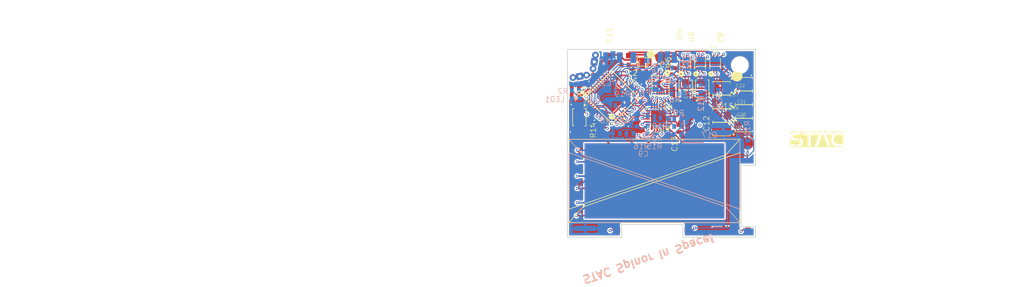
<source format=kicad_pcb>
(kicad_pcb (version 20171130) (host pcbnew 6.0.0-rc1-unknown)
  (title_block (title PCBSat) (date 2018-07-01) (rev v1.1) (company "Space Technologies at California"))
  (layers (0 Top signal) (1 Route2 power) (2 Route3 signal) (31 Bottom signal) (34 B.Paste user) (35 F.Paste user) (36 B.SilkS user) (37 F.SilkS user) (38 B.Mask user) (39 F.Mask user) (44 Edge.Cuts user))
  (net 0 "")
  (net 1 VCC)
  (net 2 GND)
  (net 3 VCCINT)
  (net 4 VCCIO)
  (net 5 VCCA)
  (net 6 "Net-(LED1-PadA)")
  (net 7 "Net-(C5-Pad1)")
  (net 8 "Net-(C4-Pad1)")
  (net 9 "Net-(R6-Pad2)")
  (net 10 /INT2)
  (net 11 /INT1)
  (net 12 "Net-(U2-Pad10)")
  (net 13 /DRDY)
  (net 14 /SDA)
  (net 15 /SCL)
  (net 16 /REG_D1)
  (net 17 /REG_D0)
  (net 18 /DSW)
  (net 19 "Net-(R10-Pad2)")
  (net 20 "Net-(R9-Pad1)")
  (net 21 /PGOOD)
  (net 22 "Net-(U5-Pad18)")
  (net 23 /VBAT)
  (net 24 /REGGOOD)
  (net 25 "Net-(R7-Pad1)")
  (net 26 "Net-(C9-Pad1)")
  (net 27 /SETHYS)
  (net 28 /SETPG)
  (net 29 /TERM)
  (net 30 /SETSD)
  (net 31 /REF)
  (net 32 /VCORE)
  (net 33 "Net-(C6-Pad2)")
  (net 34 "Net-(C6-Pad1)")
  (net 35 /RF_N)
  (net 36 /RF_P)
  (net 37 /EN_3)
  (net 38 "Net-(U1-Pad46)")
  (net 39 /EN_2)
  (net 40 /EN_1)
  (net 41 /TST)
  (net 42 "Net-(U1-Pad38)")
  (net 43 "Net-(U1-Pad36)")
  (net 44 "Net-(U1-Pad35)")
  (net 45 "Net-(R4-Pad1)")
  (net 46 "Net-(U1-Pad26)")
  (net 47 "Net-(U1-Pad23)")
  (net 48 "Net-(U1-Pad21)")
  (net 49 "Net-(U1-Pad20)")
  (net 50 "Net-(U1-Pad19)")
  (net 51 "Net-(U1-Pad18)")
  (net 52 "Net-(U1-Pad16)")
  (net 53 "Net-(R2-Pad1)")
  (net 54 /UART_RX)
  (net 55 /UART_TX)
  (net 56 /PWM2)
  (net 57 /PWM1)
  (net 58 "Net-(R11-Pad1)")
  (net 59 "Net-(L3-Pad2)")
  (net 60 "Net-(L4-Pad2)")
  (net 61 "Net-(R12-Pad1)")
  (net 62 "Net-(R22-Pad2)")
  (net 63 "Net-(L3-Pad1)")
  (net 64 "Net-(L4-Pad1)")
  (net 65 /SWN)
  (net 66 /~RST)
  (net 67 "Net-(U1-Pad47)")
  (net 68 "Net-(U1-Pad17)")
  (net 69 /SPIRAL)
  (module sprite:CAPCP3225X100N (layer Top) (at 142.875 90.762 90)
    (fp_text reference C18 (at -1.905 0.379995 90) (layer F.SilkS) (effects (font (size 0.58163 0.58163) (thickness 0.048979)) (justify left bottom)))
    (fp_text value CPH3225A)
    (pad 1 smd rect (at -1.1 0 270) (size 1.4 1.4) (layers Top F.Paste F.Mask) (net 23 /VBAT))
    (pad 2 smd rect (at 1.1 0 270) (size 1.4 1.4) (layers Top F.Paste F.Mask) (net 2 GND))
  )
  (module sprite:0603 (layer Top) (at 131.445 84.582 180)
    (fp_text reference L2 (at -2.54 -2.667) (layer F.SilkS) (effects (font (size 1.016 1.016) (thickness 0.127)) (justify right top)))
    (fp_text value "12 nH" hide)
    (pad 2 smd rect (at 0.85 0 180) (size 1.1 1) (layers Top F.Paste F.Mask) (net 5 VCCA))
    (pad 1 smd rect (at -0.85 0 180) (size 1.1 1) (layers Top F.Paste F.Mask) (net 1 VCC))
  )
  (module sprite:R0402 (layer Bottom) (at 136.413 95.885 180)
    (fp_text reference R21 (at 0.254 -4.318 180) (layer B.SilkS) (effects (font (size 1.016 1.016) (thickness 0.1016)) (justify left bottom mirror)))
    (fp_text value 5.6M)
    (pad 2 smd rect (at 0.65 0 180) (size 0.7 0.9) (layers Bottom B.Paste B.Mask) (net 29 /TERM))
    (pad 1 smd rect (at -0.65 0 180) (size 0.7 0.9) (layers Bottom B.Paste B.Mask) (net 2 GND))
  )
  (module sprite:TASC (layer Bottom) (at 121.133 100.2)
    (fp_text reference U9 hide)
    (fp_text value TASC hide)
    (pad MINUS1 smd rect (at 3 16.6) (size 4 1) (layers Bottom B.Paste B.Mask) (net 2 GND))
    (pad PLUS smd rect (at 15.9 7.75) (size 26 14) (layers Bottom B.Paste B.Mask) (net 3 VCCINT))
    (pad MINUS2 smd rect (at 28.8 -1.27) (size 4 1) (layers Bottom B.Paste B.Mask) (net 2 GND))
  )
  (module sprite:R0402 (layer Bottom) (at 133.873 91.821 180)
    (fp_text reference R19 (at 1.27 -0.508 180) (layer B.SilkS) (effects (font (size 1.016 1.016) (thickness 0.1)) (justify left bottom mirror)))
    (fp_text value 5M)
    (pad 2 smd rect (at 0.65 0 180) (size 0.7 0.9) (layers Bottom B.Paste B.Mask) (net 30 /SETSD))
    (pad 1 smd rect (at -0.65 0 180) (size 0.7 0.9) (layers Bottom B.Paste B.Mask) (net 2 GND))
  )
  (module sprite:C0402 (layer Top) (at 144.384 94.615)
    (fp_text reference C15 (at 4.381074 -0.0229) (layer F.SilkS) (effects (font (size 1.016 1.016) (thickness 0.1016)) (justify left bottom)))
    (fp_text value 0.1u)
    (pad 2 smd rect (at 0.65 0) (size 0.7 0.9) (layers Top F.Paste F.Mask) (net 2 GND))
    (pad 1 smd rect (at -0.65 0) (size 0.7 0.9) (layers Top F.Paste F.Mask) (net 1 VCC))
  )
  (module sprite:SON50P200X200X75-8N (layer Top) (at 148.336 86.106 90)
    (fp_text reference U7 (at 1.524 0.508 90) (layer F.SilkS) (effects (font (size 1.016 1.016) (thickness 0.106479)) (justify left bottom)))
    (fp_text value DRV8837)
    (pad 9 smd rect (at 0 0 90) (size 0.81 1.7) (layers Top F.Mask) (net 2 GND))
    (pad 8 smd roundrect (at 0.985 -0.75 90) (size 0.76 0.27) (layers Top F.Paste F.Mask) (roundrect_rratio 0.125) (net 1 VCC))
    (pad 7 smd roundrect (at 0.985 -0.25 90) (size 0.76 0.27) (layers Top F.Paste F.Mask) (roundrect_rratio 0.125) (net 37 /EN_3))
    (pad 6 smd roundrect (at 0.985 0.25 90) (size 0.76 0.27) (layers Top F.Paste F.Mask) (roundrect_rratio 0.125) (net 57 /PWM1))
    (pad 5 smd roundrect (at 0.985 0.75 90) (size 0.76 0.27) (layers Top F.Paste F.Mask) (roundrect_rratio 0.125) (net 56 /PWM2))
    (pad 4 smd roundrect (at -0.985 0.75 90) (size 0.76 0.27) (layers Top F.Paste F.Mask) (roundrect_rratio 0.125) (net 2 GND))
    (pad 3 smd roundrect (at -0.985 0.25 90) (size 0.76 0.27) (layers Top F.Paste F.Mask) (roundrect_rratio 0.125) (net 62 "Net-(R22-Pad2)"))
    (pad 2 smd roundrect (at -0.985 -0.25 90) (size 0.76 0.27) (layers Top F.Paste F.Mask) (roundrect_rratio 0.125) (net 69 /SPIRAL))
    (pad 1 smd roundrect (at -0.985 -0.75 90) (size 0.76 0.27) (layers Top F.Paste F.Mask) (roundrect_rratio 0.125) (net 4 VCCIO))
  )
  (module sprite:SON50P200X200X75-8N (layer Top) (at 145.542 86.106 90)
    (fp_text reference U6 (at 3.937 -1.016 90) (layer F.SilkS) (effects (font (size 1.016 1.016) (thickness 0.106479)) (justify left bottom)))
    (fp_text value DRV8837)
    (pad 9 smd rect (at 0 0 90) (size 0.81 1.7) (layers Top F.Mask) (net 2 GND))
    (pad 8 smd roundrect (at 0.985 -0.75 90) (size 0.76 0.27) (layers Top F.Paste F.Mask) (roundrect_rratio 0.125) (net 1 VCC))
    (pad 7 smd roundrect (at 0.985 -0.25 90) (size 0.76 0.27) (layers Top F.Paste F.Mask) (roundrect_rratio 0.125) (net 39 /EN_2))
    (pad 6 smd roundrect (at 0.985 0.25 90) (size 0.76 0.27) (layers Top F.Paste F.Mask) (roundrect_rratio 0.125) (net 57 /PWM1))
    (pad 5 smd roundrect (at 0.985 0.75 90) (size 0.76 0.27) (layers Top F.Paste F.Mask) (roundrect_rratio 0.125) (net 56 /PWM2))
    (pad 4 smd roundrect (at -0.985 0.75 90) (size 0.76 0.27) (layers Top F.Paste F.Mask) (roundrect_rratio 0.125) (net 2 GND))
    (pad 3 smd roundrect (at -0.985 0.25 90) (size 0.76 0.27) (layers Top F.Paste F.Mask) (roundrect_rratio 0.125) (net 60 "Net-(L4-Pad2)"))
    (pad 2 smd roundrect (at -0.985 -0.25 90) (size 0.76 0.27) (layers Top F.Paste F.Mask) (roundrect_rratio 0.125) (net 61 "Net-(R12-Pad1)"))
    (pad 1 smd roundrect (at -0.985 -0.75 90) (size 0.76 0.27) (layers Top F.Paste F.Mask) (roundrect_rratio 0.125) (net 4 VCCIO))
  )
  (module sprite:LPS4018-223M (layer Top) (at 146.7612 97.9678)
    (fp_text reference L1 hide)
    (fp_text value LPS4018-223M hide)
    (pad P$1 smd custom (at -3.5306 0.0254 180) (size 0.508 0.508) (layers Top F.Paste F.Mask) (net 3 VCCINT) (options (clearance outline) (anchor rect)) (primitives (gr_poly (pts (xy -0.9398 -1.8542) (xy -0.1778 -1.8542) (xy 0.3556 -1.3208) (xy 0.3556 1.397) (xy -0.1524 1.8796) (xy -0.9398 1.8796) (xy -0.9398 1.2192) (xy -0.381 0.635) (xy -0.381 -0.5842) (xy -0.9398 -1.1684)) (width 0.15))))
    (pad P$2 smd custom (at 0.0254 -0.0254) (size 0.508 0.508) (layers Top F.Paste F.Mask) (net 65 /SWN) (options (clearance outline) (anchor rect)) (primitives (gr_poly (pts (xy -0.9398 -1.8542) (xy -0.1778 -1.8542) (xy 0.3556 -1.3208) (xy 0.3556 1.397) (xy -0.1524 1.8796) (xy -0.9398 1.8796) (xy -0.9398 1.2192) (xy -0.381 0.635) (xy -0.381 -0.5842) (xy -0.9398 -1.1684)) (width 0.15))))
  )
  (module sprite:R0402 (layer Bottom) (at 141.366 97.79 180)
    (fp_text reference R10 (at 1.778 -0.508 180) (layer B.SilkS) (effects (font (size 1.016 1.016) (thickness 0.1016)) (justify left bottom mirror)))
    (fp_text value 200k)
    (pad 2 smd rect (at 0.65 0 180) (size 0.7 0.9) (layers Bottom B.Paste B.Mask) (net 19 "Net-(R10-Pad2)"))
    (pad 1 smd rect (at -0.65 0 180) (size 0.7 0.9) (layers Bottom B.Paste B.Mask) (net 2 GND))
  )
  (module sprite:R0402 (layer Top) (at 122.316 90.424 180)
    (fp_text reference R4 (at -0.127 -1.905 180) (layer F.SilkS) (effects (font (size 1.016 1.016) (thickness 0.1524)) (justify left bottom)))
    (fp_text value 56K)
    (pad 2 smd rect (at 0.65 0 180) (size 0.7 0.9) (layers Top F.Paste F.Mask) (net 2 GND))
    (pad 1 smd rect (at -0.65 0 180) (size 0.7 0.9) (layers Top F.Paste F.Mask) (net 45 "Net-(R4-Pad1)"))
  )
  (module sprite:PCBSAT-TORQUECOIL (layer Top) (at 136.652 117.094 180)
    (fp_text reference L4 hide)
    (fp_text value PCBSAT-TORQUECOIL hide)
    (pad 2 smd rect (at 6.5 0 180) (size 1 1) (layers Top F.Mask) (net 60 "Net-(L4-Pad2)"))
    (pad 1 smd rect (at -6.5 0 180) (size 1 1) (layers Top F.Mask) (net 64 "Net-(L4-Pad1)"))
  )
  (module sprite:PCBSAT-TORQUECOIL (layer Top) (at 154.432 110.64 90)
    (fp_text reference L3 hide)
    (fp_text value PCBSAT-TORQUECOIL hide)
    (pad 2 smd rect (at 6.5 0 90) (size 1 1) (layers Top F.Mask) (net 59 "Net-(L3-Pad2)"))
    (pad 1 smd rect (at -6.5 0 90) (size 1 1) (layers Top F.Mask) (net 63 "Net-(L3-Pad1)"))
  )
  (module sprite:SPRITETCXO_TXC_7Z (layer Top) (at 134.828 85.765 180)
    (fp_text reference U3 hide)
    (fp_text value SPRITETCXO_TCXO_7Z hide)
    (pad GND1 smd rect (at -0.97 0.595 180) (size 0.44 0.79) (layers Top F.Paste F.Mask) (net 2 GND))
    (pad GND2 smd rect (at 0.97 0.595 180) (size 0.44 0.79) (layers Top F.Paste F.Mask) (net 2 GND))
    (pad OUT smd rect (at 0.97 -0.595 180) (size 0.44 0.79) (layers Top F.Paste F.Mask) (net 33 "Net-(C6-Pad2)"))
    (pad VCC smd rect (at -0.97 -0.595 180) (size 0.44 0.79) (layers Top F.Paste F.Mask) (net 5 VCCA))
  )
  (module sprite:TASC (layer Top) (at 121.133 115.7)
    (fp_text reference U8 hide)
    (fp_text value TASC hide)
    (pad MINUS1 smd rect (at 3 -16.6) (size 4 1) (layers Top F.Paste F.Mask) (net 2 GND))
    (pad PLUS smd rect (at 15.9 -7.75) (size 26 14) (layers Top F.Paste F.Mask) (net 3 VCCINT))
    (pad MINUS2 smd rect (at 28.8 1.27) (size 4 1) (layers Top F.Paste F.Mask) (net 2 GND))
  )
  (module sprite:CAPCP3225X100N (layer Top) (at 123.063 96.096 270)
    (fp_text reference C25 (at -1.50651 -1.50651 270) (layer F.SilkS) (effects (font (size 0.58163 0.58163) (thickness 0.048979)) (justify left bottom)))
    (fp_text value CPH3225A)
    (pad 1 smd rect (at -1.1 0 90) (size 1.4 1.4) (layers Top F.Paste F.Mask) (net 23 /VBAT))
    (pad 2 smd rect (at 1.1 0 90) (size 1.4 1.4) (layers Top F.Paste F.Mask) (net 2 GND))
  )
  (module sprite:CAPCP3225X100N (layer Top) (at 149.522 90.678 180)
    (fp_text reference C27 (at -1.50651 -1.50651 180) (layer F.SilkS) (effects (font (size 0.58163 0.58163) (thickness 0.048979)) (justify left bottom)))
    (fp_text value CPH3225A)
    (pad 1 smd rect (at -1.1 0) (size 1.4 1.4) (layers Top F.Paste F.Mask) (net 23 /VBAT))
    (pad 2 smd rect (at 1.1 0) (size 1.4 1.4) (layers Top F.Paste F.Mask) (net 2 GND))
  )
  (module sprite:CAPCP3225X100N (layer Top) (at 149.522 93.218 180)
    (fp_text reference C26 (at -1.50651 -1.50651 180) (layer F.SilkS) (effects (font (size 0.58163 0.58163) (thickness 0.048979)) (justify left bottom)))
    (fp_text value CPH3225A)
    (pad 1 smd rect (at -1.1 0) (size 1.4 1.4) (layers Top F.Paste F.Mask) (net 23 /VBAT))
    (pad 2 smd rect (at 1.1 0) (size 1.4 1.4) (layers Top F.Paste F.Mask) (net 2 GND))
  )
  (module sprite:CAPCP3225X100N (layer Top) (at 145.923 90.721 90)
    (fp_text reference C23 (at -1.50651 -1.50651 90) (layer F.SilkS) (effects (font (size 0.58163 0.58163) (thickness 0.048979)) (justify left bottom)))
    (fp_text value CPH3225A)
    (pad 1 smd rect (at -1.1 0 270) (size 1.4 1.4) (layers Top F.Paste F.Mask) (net 23 /VBAT))
    (pad 2 smd rect (at 1.1 0 270) (size 1.4 1.4) (layers Top F.Paste F.Mask) (net 2 GND))
  )
  (module sprite:CAPCP3225X100N (layer Top) (at 149.522 95.758 180)
    (fp_text reference C24 (at -1.50651 -1.50651 180) (layer F.SilkS) (effects (font (size 0.58163 0.58163) (thickness 0.048979)) (justify left bottom)))
    (fp_text value CPH3225A)
    (pad 1 smd rect (at -1.1 0) (size 1.4 1.4) (layers Top F.Paste F.Mask) (net 23 /VBAT))
    (pad 2 smd rect (at 1.1 0) (size 1.4 1.4) (layers Top F.Paste F.Mask) (net 2 GND))
  )
  (module sprite:CAPCP3225X100N (layer Top) (at 153.67 89.916)
    (fp_text reference C22 (at -1.50651 0.635) (layer F.SilkS) (effects (font (size 0.58163 0.58163) (thickness 0.048979)) (justify left bottom)))
    (fp_text value CPH3225A)
    (pad 1 smd rect (at -1.1 0 180) (size 1.4 1.4) (layers Top F.Paste F.Mask) (net 23 /VBAT))
    (pad 2 smd rect (at 1.1 0 180) (size 1.4 1.4) (layers Top F.Paste F.Mask) (net 2 GND))
  )
  (module sprite:CAPCP3225X100N (layer Top) (at 153.67 94.996)
    (fp_text reference C20 (at -1.27 0.913998) (layer F.SilkS) (effects (font (size 0.58163 0.58163) (thickness 0.048979)) (justify left bottom)))
    (fp_text value CPH3225A)
    (pad 1 smd rect (at -1.1 0 180) (size 1.4 1.4) (layers Top F.Paste F.Mask) (net 23 /VBAT))
    (pad 2 smd rect (at 1.1 0 180) (size 1.4 1.4) (layers Top F.Paste F.Mask) (net 2 GND))
  )
  (module sprite:CAPCP3225X100N (layer Top) (at 153.67 92.456)
    (fp_text reference C21 (at -1.27 1.091999) (layer F.SilkS) (effects (font (size 0.58163 0.58163) (thickness 0.048979)) (justify left bottom)))
    (fp_text value CPH3225A)
    (pad 1 smd rect (at -1.1 0 180) (size 1.4 1.4) (layers Top F.Paste F.Mask) (net 23 /VBAT))
    (pad 2 smd rect (at 1.1 0 180) (size 1.4 1.4) (layers Top F.Paste F.Mask) (net 2 GND))
  )
  (module sprite:CAPCP3225X100N (layer Top) (at 149.522 98.298 180)
    (fp_text reference C19 (at -1.905 -0.077004 180) (layer F.SilkS) (effects (font (size 0.58163 0.58163) (thickness 0.048979)) (justify left bottom)))
    (fp_text value CPH3225A)
    (pad 1 smd rect (at -1.1 0) (size 1.4 1.4) (layers Top F.Paste F.Mask) (net 23 /VBAT))
    (pad 2 smd rect (at 1.1 0) (size 1.4 1.4) (layers Top F.Paste F.Mask) (net 2 GND))
  )
  (module sprite:CAPCP3225X100N (layer Top) (at 153.67 97.536)
    (fp_text reference C10 (at -1.6 -1.25) (layer F.SilkS) (effects (font (size 0.58163 0.58163) (thickness 0.048979)) (justify left bottom)))
    (fp_text value CPH3225A)
    (pad 1 smd rect (at -1.1 0 180) (size 1.4 1.4) (layers Top F.Paste F.Mask) (net 23 /VBAT))
    (pad 2 smd rect (at 1.1 0 180) (size 1.4 1.4) (layers Top F.Paste F.Mask) (net 2 GND))
  )
  (module sprite:C0402 (layer Bottom) (at 140.858 90.17)
    (fp_text reference C4 (at -3.048 -0.635) (layer B.SilkS) (effects (font (thickness 0.1)) (justify left bottom mirror)))
    (fp_text value 10n)
    (pad 2 smd rect (at 0.65 0) (size 0.7 0.9) (layers Bottom B.Paste B.Mask) (net 2 GND))
    (pad 1 smd rect (at -0.65 0) (size 0.7 0.9) (layers Bottom B.Paste B.Mask) (net 8 "Net-(C4-Pad1)"))
  )
  (module sprite:SON50P200X200X75-8N (layer Top) (at 142.748 86.106 90)
    (fp_text reference U4 (at 4.318 -0.508 90) (layer F.SilkS) (effects (font (size 1.016 1.016) (thickness 0.106479)) (justify left bottom)))
    (fp_text value DRV8837)
    (pad 9 smd rect (at 0 0 90) (size 0.81 1.7) (layers Top F.Mask) (net 2 GND))
    (pad 8 smd roundrect (at 0.985 -0.75 90) (size 0.76 0.27) (layers Top F.Paste F.Mask) (roundrect_rratio 0.125) (net 1 VCC))
    (pad 7 smd roundrect (at 0.985 -0.25 90) (size 0.76 0.27) (layers Top F.Paste F.Mask) (roundrect_rratio 0.125) (net 40 /EN_1))
    (pad 6 smd roundrect (at 0.985 0.25 90) (size 0.76 0.27) (layers Top F.Paste F.Mask) (roundrect_rratio 0.125) (net 57 /PWM1))
    (pad 5 smd roundrect (at 0.985 0.75 90) (size 0.76 0.27) (layers Top F.Paste F.Mask) (roundrect_rratio 0.125) (net 56 /PWM2))
    (pad 4 smd roundrect (at -0.985 0.75 90) (size 0.76 0.27) (layers Top F.Paste F.Mask) (roundrect_rratio 0.125) (net 2 GND))
    (pad 3 smd roundrect (at -0.985 0.25 90) (size 0.76 0.27) (layers Top F.Paste F.Mask) (roundrect_rratio 0.125) (net 63 "Net-(L3-Pad1)"))
    (pad 2 smd roundrect (at -0.985 -0.25 90) (size 0.76 0.27) (layers Top F.Paste F.Mask) (roundrect_rratio 0.125) (net 58 "Net-(R11-Pad1)"))
    (pad 1 smd roundrect (at -0.985 -0.75 90) (size 0.76 0.27) (layers Top F.Paste F.Mask) (roundrect_rratio 0.125) (net 4 VCCIO))
  )
  (module sprite:R0402 (layer Bottom) (at 133.731 97.14 270)
    (fp_text reference R17 (at 0.254 -4.318 270) (layer B.SilkS) (effects (font (size 1.016 1.016) (thickness 0.1016)) (justify left bottom mirror)))
    (fp_text value 4.53M)
    (pad 2 smd rect (at 0.65 0 270) (size 0.7 0.9) (layers Bottom B.Paste B.Mask) (net 27 /SETHYS))
    (pad 1 smd rect (at -0.65 0 270) (size 0.7 0.9) (layers Bottom B.Paste B.Mask) (net 2 GND))
  )
  (module sprite:R0402 (layer Bottom) (at 138.811 96.266)
    (fp_text reference R20 (at -0.254 4.318) (layer B.SilkS) (effects (font (size 1.016 1.016) (thickness 0.1016)) (justify left bottom mirror)))
    (fp_text value 4.42M)
    (pad 2 smd rect (at 0.65 0) (size 0.7 0.9) (layers Bottom B.Paste B.Mask) (net 31 /REF))
    (pad 1 smd rect (at -0.65 0) (size 0.7 0.9) (layers Bottom B.Paste B.Mask) (net 29 /TERM))
  )
  (module sprite:QFN50P400X400X100-25N (layer Top) (at 137.795 96.139)
    (fp_text reference U5 (at 0.018074 2.7951) (layer F.SilkS) (effects (font (thickness 0.1)) (justify left bottom)))
    (fp_text value ADP5092)
    (pad 24 smd roundrect (at -1.25 -1.98 270) (size 0.76 0.26) (layers Top F.Paste F.Mask) (roundrect_rratio 0.035) (net 17 /REG_D0))
    (pad 23 smd roundrect (at -0.75 -1.98 270) (size 0.76 0.26) (layers Top F.Paste F.Mask) (roundrect_rratio 0.035) (net 16 /REG_D1))
    (pad 22 smd roundrect (at -0.25 -1.98 270) (size 0.76 0.26) (layers Top F.Paste F.Mask) (roundrect_rratio 0.035) (net 18 /DSW))
    (pad 21 smd roundrect (at 0.25 -1.98 270) (size 0.76 0.26) (layers Top F.Paste F.Mask) (roundrect_rratio 0.035) (net 19 "Net-(R10-Pad2)"))
    (pad 20 smd roundrect (at 0.75 -1.98 270) (size 0.76 0.26) (layers Top F.Paste F.Mask) (roundrect_rratio 0.035) (net 20 "Net-(R9-Pad1)"))
    (pad 19 smd roundrect (at 1.25 -1.98 270) (size 0.76 0.26) (layers Top F.Paste F.Mask) (roundrect_rratio 0.035) (net 21 /PGOOD))
    (pad 18 smd roundrect (at 1.98 -1.25 180) (size 0.76 0.26) (layers Top F.Paste F.Mask) (roundrect_rratio 0.035) (net 22 "Net-(U5-Pad18)"))
    (pad 17 smd roundrect (at 1.98 -0.75 180) (size 0.76 0.26) (layers Top F.Paste F.Mask) (roundrect_rratio 0.035) (net 23 /VBAT))
    (pad 16 smd roundrect (at 1.98 -0.25 180) (size 0.76 0.26) (layers Top F.Paste F.Mask) (roundrect_rratio 0.035) (net 1 VCC))
    (pad 15 smd roundrect (at 1.98 0.25 180) (size 0.76 0.26) (layers Top F.Paste F.Mask) (roundrect_rratio 0.035) (net 4 VCCIO))
    (pad 14 smd roundrect (at 1.98 0.75 180) (size 0.76 0.26) (layers Top F.Paste F.Mask) (roundrect_rratio 0.035) (net 4 VCCIO))
    (pad 13 smd roundrect (at 1.98 1.25 180) (size 0.76 0.26) (layers Top F.Paste F.Mask) (roundrect_rratio 0.035) (net 65 /SWN))
    (pad 12 smd roundrect (at 1.25 1.98 90) (size 0.76 0.26) (layers Top F.Paste F.Mask) (roundrect_rratio 0.035) (net 2 GND))
    (pad 11 smd roundrect (at 0.75 1.98 90) (size 0.76 0.26) (layers Top F.Paste F.Mask) (roundrect_rratio 0.035) (net 24 /REGGOOD))
    (pad 10 smd roundrect (at 0.25 1.98 90) (size 0.76 0.26) (layers Top F.Paste F.Mask) (roundrect_rratio 0.035) (net 3 VCCINT))
    (pad 9 smd roundrect (at -0.25 1.98 90) (size 0.76 0.26) (layers Top F.Paste F.Mask) (roundrect_rratio 0.035) (net 25 "Net-(R7-Pad1)"))
    (pad 8 smd roundrect (at -0.75 1.98 90) (size 0.76 0.26) (layers Top F.Paste F.Mask) (roundrect_rratio 0.035) (net 26 "Net-(C9-Pad1)"))
    (pad 7 smd roundrect (at -1.25 1.98 90) (size 0.76 0.26) (layers Top F.Paste F.Mask) (roundrect_rratio 0.035) (net 2 GND))
    (pad 6 smd roundrect (at -1.98 1.25) (size 0.76 0.26) (layers Top F.Paste F.Mask) (roundrect_rratio 0.035) (net 27 /SETHYS))
    (pad 5 smd roundrect (at -1.98 0.75) (size 0.76 0.26) (layers Top F.Paste F.Mask) (roundrect_rratio 0.035) (net 28 /SETPG))
    (pad 4 smd roundrect (at -1.98 0.25) (size 0.76 0.26) (layers Top F.Paste F.Mask) (roundrect_rratio 0.035) (net 29 /TERM))
    (pad 3 smd roundrect (at -1.98 -0.25) (size 0.76 0.26) (layers Top F.Paste F.Mask) (roundrect_rratio 0.035) (net 2 GND))
    (pad 2 smd roundrect (at -1.98 -0.75) (size 0.76 0.26) (layers Top F.Paste F.Mask) (roundrect_rratio 0.035) (net 30 /SETSD))
    (pad 25 smd rect (at 0 0) (size 2.8 2.8) (layers Top F.Mask) (net 2 GND))
    (pad 1 smd roundrect (at -1.98 -1.25) (size 0.76 0.26) (layers Top F.Paste F.Mask) (roundrect_rratio 0.035) (net 31 /REF))
  )
  (module sprite:C0402 (layer Top) (at 140.716 86.248 90)
    (fp_text reference C16 (at -1.524 -0.508 90) (layer F.SilkS) (effects (font (size 1.016 1.016) (thickness 0.1016)) (justify left bottom)))
    (fp_text value 10u)
    (pad 2 smd rect (at 0.65 0 90) (size 0.7 0.9) (layers Top F.Paste F.Mask) (net 2 GND))
    (pad 1 smd rect (at -0.65 0 90) (size 0.7 0.9) (layers Top F.Paste F.Mask) (net 4 VCCIO))
  )
  (module sprite:SPRITEPIN_SPRITE_PIN (layer Top) (at 138.3411 84.952074)
    (fp_text reference X1 hide)
    (fp_text value SPRITEPIN_SPRITE_PIN hide)
    (pad PIN connect circle (at 0 0) (size 2.286 2.286) (layers Top F.Mask) (net 1 VCC))
  )
  (module sprite:SPRITEPIN_SPRITE_PIN (layer Top) (at 154.3411 100.952074)
    (fp_text reference X2 hide)
    (fp_text value SPRITEPIN_SPRITE_PIN hide)
    (pad PIN connect circle (at 0 0) (size 2.286 2.286) (layers Top F.Mask) (net 2 GND))
  )
  (module sprite:M20-7910442R (layer Bottom) (at 134.366 84.963 180)
    (fp_text reference J1 hide)
    (fp_text value M20-7910442R hide)
    (pad 6 smd rect (at 6.35 0 180) (size 1.02 2) (layers Bottom B.Paste B.Mask) (net 2 GND))
    (pad 5 smd rect (at 3.81 0 180) (size 1.02 2) (layers Bottom B.Paste B.Mask) (net 54 /UART_RX))
    (pad 4 smd rect (at 1.27 0 180) (size 1.02 2) (layers Bottom B.Paste B.Mask) (net 55 /UART_TX))
    (pad 3 smd rect (at -1.27 0 180) (size 1.02 2) (layers Bottom B.Paste B.Mask) (net 41 /TST))
    (pad 1 smd rect (at -6.35 0 180) (size 1.02 2) (layers Bottom B.Paste B.Mask) (net 1 VCC))
    (pad 2 smd rect (at -3.81 0 180) (size 1.02 2) (layers Bottom B.Paste B.Mask) (net 66 /~RST))
  )
  (module sprite:C0402 (layer Top) (at 146.685 94.346 270)
    (fp_text reference C12 (at 4.445 -0.635 270) (layer F.SilkS) (effects (font (size 1.016 1.016) (thickness 0.1016)) (justify left bottom)))
    (fp_text value 10u)
    (pad 2 smd rect (at 0.65 0 270) (size 0.7 0.9) (layers Top F.Paste F.Mask) (net 2 GND))
    (pad 1 smd rect (at -0.65 0 270) (size 0.7 0.9) (layers Top F.Paste F.Mask) (net 4 VCCIO))
  )
  (module sprite:R0402 (layer Bottom) (at 122.316 91.059 180)
    (fp_text reference R2 (at 1.27 -0.762 180) (layer B.SilkS) (effects (font (size 1.016 1.016) (thickness 0.1016)) (justify left bottom mirror)))
    (fp_text value 270R)
    (pad 2 smd rect (at 0.65 0 180) (size 0.7 0.9) (layers Bottom B.Paste B.Mask) (net 6 "Net-(LED1-PadA)"))
    (pad 1 smd rect (at -0.65 0 180) (size 0.7 0.9) (layers Bottom B.Paste B.Mask) (net 53 "Net-(R2-Pad1)"))
  )
  (module sprite:R0402 (layer Bottom) (at 143.764 86.233 180)
    (fp_text reference R13 (at -1.382 0.508 180) (layer B.SilkS) (effects (font (size 1.016 1.016) (thickness 0.1016)) (justify left bottom mirror)))
    (fp_text value OPT)
    (pad 2 smd rect (at 0.65 0 180) (size 0.7 0.9) (layers Bottom B.Paste B.Mask) (net 1 VCC))
    (pad 1 smd rect (at -0.65 0 180) (size 0.7 0.9) (layers Bottom B.Paste B.Mask) (net 4 VCCIO))
  )
  (module sprite:R0402 (layer Bottom) (at 132.476 99.06 180)
    (fp_text reference R7 (at 1.016 1.524 180) (layer B.SilkS) (effects (font (size 1.016 1.016) (thickness 0.1016)) (justify left bottom mirror)))
    (fp_text value 150K)
    (pad 2 smd rect (at 0.65 0 180) (size 0.7 0.9) (layers Bottom B.Paste B.Mask) (net 3 VCCINT))
    (pad 1 smd rect (at -0.65 0 180) (size 0.7 0.9) (layers Bottom B.Paste B.Mask) (net 25 "Net-(R7-Pad1)"))
  )
  (module sprite:R0402 (layer Bottom) (at 148.956 90.297 90)
    (fp_text reference R22 (at -1.5429 0.748074 90) (layer B.SilkS) (effects (font (size 1.016 1.016) (thickness 0.1524)) (justify left bottom mirror)))
    (fp_text value 15R)
    (pad 2 smd rect (at 0.65 0 90) (size 0.7 0.9) (layers Bottom B.Paste B.Mask) (net 62 "Net-(R22-Pad2)"))
    (pad 1 smd rect (at -0.65 0 90) (size 0.7 0.9) (layers Bottom B.Paste B.Mask) (net 69 /SPIRAL))
  )
  (module sprite:R0402 (layer Bottom) (at 130.317 91.186 180)
    (fp_text reference R1 (at -1.128 0.381 180) (layer B.SilkS) (effects (font (size 1.016 1.016) (thickness 0.1016)) (justify left bottom mirror)))
    (fp_text value 43K)
    (pad 2 smd rect (at 0.65 0 180) (size 0.7 0.9) (layers Bottom B.Paste B.Mask) (net 66 /~RST))
    (pad 1 smd rect (at -0.65 0 180) (size 0.7 0.9) (layers Bottom B.Paste B.Mask) (net 1 VCC))
  )
  (module sprite:R0402 (layer Bottom) (at 133.858 93.218)
    (fp_text reference R18 (at 1.524 -0.508) (layer B.SilkS) (effects (font (size 1.016 1.016) (thickness 0.1)) (justify left bottom mirror)))
    (fp_text value 5M)
    (pad 2 smd rect (at 0.65 0) (size 0.7 0.9) (layers Bottom B.Paste B.Mask) (net 31 /REF))
    (pad 1 smd rect (at -0.65 0) (size 0.7 0.9) (layers Bottom B.Paste B.Mask) (net 30 /SETSD))
  )
  (module sprite:R0402 (layer Bottom) (at 140.955 86.868 180)
    (fp_text reference R3 (at -1.035074 1.016 180) (layer B.SilkS) (effects (font (size 1.016 1.016) (thickness 0.127)) (justify right top mirror)))
    (fp_text value 10K)
    (pad 2 smd rect (at 0.65 0 180) (size 0.7 0.9) (layers Bottom B.Paste B.Mask) (net 15 /SCL))
    (pad 1 smd rect (at -0.65 0 180) (size 0.7 0.9) (layers Bottom B.Paste B.Mask) (net 1 VCC))
  )
  (module sprite:R0402 (layer Bottom) (at 137.16 89.139 90)
    (fp_text reference R5 (at 1.123926 -0.508 90) (layer B.SilkS) (effects (font (size 1.016 1.016) (thickness 0.127)) (justify right top mirror)))
    (fp_text value 10K)
    (pad 2 smd rect (at 0.65 0 90) (size 0.7 0.9) (layers Bottom B.Paste B.Mask) (net 14 /SDA))
    (pad 1 smd rect (at -0.65 0 90) (size 0.7 0.9) (layers Bottom B.Paste B.Mask) (net 1 VCC))
  )
  (module sprite:R0402 (layer Bottom) (at 140.858 91.694 180)
    (fp_text reference R6 (at 1.123926 -0.508 180) (layer B.SilkS) (effects (font (size 1.016 1.016) (thickness 0.127)) (justify right top mirror)))
    (fp_text value 10K)
    (pad 2 smd rect (at 0.65 0 180) (size 0.7 0.9) (layers Bottom B.Paste B.Mask) (net 9 "Net-(R6-Pad2)"))
    (pad 1 smd rect (at -0.65 0 180) (size 0.7 0.9) (layers Bottom B.Paste B.Mask) (net 1 VCC))
  )
  (module sprite:R0402 (layer Bottom) (at 129.951 99.075)
    (fp_text reference R8 (at -1.016 -1.778) (layer B.SilkS) (effects (font (size 1.016 1.016) (thickness 0.1016)) (justify left bottom mirror)))
    (fp_text value 1M)
    (pad 2 smd rect (at 0.65 0) (size 0.7 0.9) (layers Bottom B.Paste B.Mask) (net 25 "Net-(R7-Pad1)"))
    (pad 1 smd rect (at -0.65 0) (size 0.7 0.9) (layers Bottom B.Paste B.Mask) (net 2 GND))
  )
  (module sprite:R0402 (layer Bottom) (at 141.366 96.393)
    (fp_text reference R9 (at 1.27 -0.508) (layer B.SilkS) (effects (font (size 1.016 1.016) (thickness 0.1016)) (justify left bottom mirror)))
    (fp_text value 7K)
    (pad 2 smd rect (at 0.65 0) (size 0.7 0.9) (layers Bottom B.Paste B.Mask) (net 2 GND))
    (pad 1 smd rect (at -0.65 0) (size 0.7 0.9) (layers Bottom B.Paste B.Mask) (net 20 "Net-(R9-Pad1)"))
  )
  (module sprite:R0402 (layer Bottom) (at 154.432 101.077 270)
    (fp_text reference R11 (at -4.46 -0.508 270) (layer B.SilkS) (effects (font (size 1.016 1.016) (thickness 0.1016)) (justify left bottom mirror)))
    (fp_text value 15R)
    (pad 2 smd rect (at 0.65 0 270) (size 0.7 0.9) (layers Bottom B.Paste B.Mask) (net 59 "Net-(L3-Pad2)"))
    (pad 1 smd rect (at -0.65 0 270) (size 0.7 0.9) (layers Bottom B.Paste B.Mask) (net 58 "Net-(R11-Pad1)"))
  )
  (module sprite:R0402 (layer Bottom) (at 145.669 90.693 270)
    (fp_text reference R12 (at 1.27 -0.635 270) (layer B.SilkS) (effects (font (size 1.016 1.016) (thickness 0.1524)) (justify left bottom mirror)))
    (fp_text value 15R)
    (pad 2 smd rect (at 0.65 0 270) (size 0.7 0.9) (layers Bottom B.Paste B.Mask) (net 64 "Net-(L4-Pad1)"))
    (pad 1 smd rect (at -0.65 0 270) (size 0.7 0.9) (layers Bottom B.Paste B.Mask) (net 61 "Net-(R12-Pad1)"))
  )
  (module sprite:R0402 (layer Bottom) (at 136.398 97.79)
    (fp_text reference R16 (at -0.254 4.318) (layer B.SilkS) (effects (font (size 1.016 1.016) (thickness 0.1016)) (justify left bottom mirror)))
    (fp_text value 453K)
    (pad 2 smd rect (at 0.65 0) (size 0.7 0.9) (layers Bottom B.Paste B.Mask) (net 28 /SETPG))
    (pad 1 smd rect (at -0.65 0) (size 0.7 0.9) (layers Bottom B.Paste B.Mask) (net 27 /SETHYS))
  )
  (module sprite:R0402 (layer Top) (at 127.254 98.664 270)
    (fp_text reference R14 (at 1.382 1.016 270) (layer F.SilkS) (effects (font (size 1.016 1.016) (thickness 0.1016)) (justify left bottom)))
    (fp_text value OPT)
    (pad 2 smd rect (at 0.65 0 270) (size 0.7 0.9) (layers Top F.Paste F.Mask) (net 3 VCCINT))
    (pad 1 smd rect (at -0.65 0 270) (size 0.7 0.9) (layers Top F.Paste F.Mask) (net 1 VCC))
  )
  (module sprite:R0402 (layer Bottom) (at 138.811 97.79)
    (fp_text reference R15 (at -0.254 4.318) (layer B.SilkS) (effects (font (size 1.016 1.016) (thickness 0.1016)) (justify left bottom mirror)))
    (fp_text value 5.49M)
    (pad 2 smd rect (at 0.65 0) (size 0.7 0.9) (layers Bottom B.Paste B.Mask) (net 31 /REF))
    (pad 1 smd rect (at -0.65 0) (size 0.7 0.9) (layers Bottom B.Paste B.Mask) (net 28 /SETPG))
  )
  (module sprite:C0402 (layer Top) (at 134.859 87.63 180)
    (fp_text reference C3 (at -3.048 0.762 180) (layer F.SilkS) (effects (font (size 1.016 1.016) (thickness 0.127)) (justify left bottom)))
    (fp_text value 0.1u)
    (pad 2 smd rect (at 0.65 0 180) (size 0.7 0.9) (layers Top F.Paste F.Mask) (net 2 GND))
    (pad 1 smd rect (at -0.65 0 180) (size 0.7 0.9) (layers Top F.Paste F.Mask) (net 1 VCC))
  )
  (module sprite:C0402 (layer Top) (at 122.286 91.948 180)
    (fp_text reference C7 (at -3.175 1.397 180) (layer F.SilkS) (effects (font (size 1.016 1.016) (thickness 0.1524)) (justify right top)))
    (fp_text value 470n)
    (pad 2 smd rect (at 0.65 0 180) (size 0.7 0.9) (layers Top F.Paste F.Mask) (net 2 GND))
    (pad 1 smd rect (at -0.65 0 180) (size 0.7 0.9) (layers Top F.Paste F.Mask) (net 5 VCCA))
  )
  (module sprite:C0402 (layer Top) (at 141.859 94.615 180)
    (fp_text reference C14 (at 4.381074 0.1011 180) (layer F.SilkS) (effects (font (size 1.016 1.016) (thickness 0.1016)) (justify left bottom)))
    (fp_text value 4.7u)
    (pad 2 smd rect (at 0.65 0 180) (size 0.7 0.9) (layers Top F.Paste F.Mask) (net 2 GND))
    (pad 1 smd rect (at -0.65 0 180) (size 0.7 0.9) (layers Top F.Paste F.Mask) (net 1 VCC))
  )
  (module sprite:C0402 (layer Bottom) (at 141.336 99.314 180)
    (fp_text reference C17 (at -4.43 0.508 180) (layer B.SilkS) (effects (font (size 1.016 1.016) (thickness 0.1016)) (justify right top mirror)))
    (fp_text value 10u)
    (pad 2 smd rect (at 0.65 0 180) (size 0.7 0.9) (layers Bottom B.Paste B.Mask) (net 2 GND))
    (pad 1 smd rect (at -0.65 0 180) (size 0.7 0.9) (layers Bottom B.Paste B.Mask) (net 3 VCCINT))
  )
  (module sprite:C0402 (layer Top) (at 131.572 86.36)
    (fp_text reference C6 (at 0.254 3.683) (layer F.SilkS) (effects (font (size 1.016 1.016) (thickness 0.1016)) (justify left bottom)))
    (fp_text value 10n)
    (pad 2 smd rect (at 0.65 0) (size 0.7 0.9) (layers Top F.Paste F.Mask) (net 33 "Net-(C6-Pad2)"))
    (pad 1 smd rect (at -0.65 0) (size 0.7 0.9) (layers Top F.Paste F.Mask) (net 34 "Net-(C6-Pad1)"))
  )
  (module sprite:C0402 (layer Bottom) (at 130.302 89.789 180)
    (fp_text reference C2 (at 1.158 -0.508 180) (layer B.SilkS) (effects (font (size 1.016 1.016) (thickness 0.1016)) (justify left bottom mirror)))
    (fp_text value 2.2n)
    (pad 2 smd rect (at 0.65 0 180) (size 0.7 0.9) (layers Bottom B.Paste B.Mask) (net 66 /~RST))
    (pad 1 smd rect (at -0.65 0 180) (size 0.7 0.9) (layers Bottom B.Paste B.Mask) (net 2 GND))
  )
  (module sprite:C0402 (layer Top) (at 141.605 98.186 270)
    (fp_text reference C13 (at 4.381074 0.2251 270) (layer F.SilkS) (effects (font (size 1.016 1.016) (thickness 0.1016)) (justify left bottom)))
    (fp_text value 4.7u)
    (pad 2 smd rect (at 0.65 0 270) (size 0.7 0.9) (layers Top F.Paste F.Mask) (net 2 GND))
    (pad 1 smd rect (at -0.65 0 270) (size 0.7 0.9) (layers Top F.Paste F.Mask) (net 4 VCCIO))
  )
  (module sprite:C0402 (layer Bottom) (at 130.414 93.853)
    (fp_text reference C1 (at -3.302 -0.508) (layer B.SilkS) (effects (font (size 1.2065 1.2065) (thickness 0.1016)) (justify left bottom mirror)))
    (fp_text value 470n)
    (pad 2 smd rect (at 0.65 0) (size 0.7 0.9) (layers Bottom B.Paste B.Mask) (net 2 GND))
    (pad 1 smd rect (at -0.65 0) (size 0.7 0.9) (layers Bottom B.Paste B.Mask) (net 32 /VCORE))
  )
  (module sprite:C0402 (layer Top) (at 128.524 85.09 270)
    (fp_text reference C11 (at -2.794 -0.762 270) (layer F.SilkS) (effects (font (size 1.016 1.016) (thickness 0.1016)) (justify left bottom)))
    (fp_text value 10n)
    (pad 2 smd rect (at 0.65 0 270) (size 0.7 0.9) (layers Top F.Paste F.Mask) (net 2 GND))
    (pad 1 smd rect (at -0.65 0 270) (size 0.7 0.9) (layers Top F.Paste F.Mask) (net 5 VCCA))
  )
  (module sprite:C0402 (layer Bottom) (at 136.413 99.187)
    (fp_text reference C9 (at -0.366 4.318) (layer B.SilkS) (effects (font (size 1.016 1.016) (thickness 0.1016)) (justify left bottom mirror)))
    (fp_text value 10n)
    (pad 2 smd rect (at 0.65 0) (size 0.7 0.9) (layers Bottom B.Paste B.Mask) (net 2 GND))
    (pad 1 smd rect (at -0.65 0) (size 0.7 0.9) (layers Bottom B.Paste B.Mask) (net 26 "Net-(C9-Pad1)"))
  )
  (module sprite:C0402 (layer Bottom) (at 143.398 90.297)
    (fp_text reference C5 (at -3.048 -0.508) (layer B.SilkS) (effects (font (size 1.016 1.016) (thickness 0.127)) (justify left bottom mirror)))
    (fp_text value 0.1u)
    (pad 2 smd rect (at 0.65 0) (size 0.7 0.9) (layers Bottom B.Paste B.Mask) (net 2 GND))
    (pad 1 smd rect (at -0.65 0) (size 0.7 0.9) (layers Bottom B.Paste B.Mask) (net 7 "Net-(C5-Pad1)"))
  )
  (module sprite:C0402 (layer Top) (at 150.622 85.852 90)
    (fp_text reference C8 (at 3.556 -0.635 90) (layer F.SilkS) (effects (font (size 1.016 1.016) (thickness 0.127)) (justify left bottom)))
    (fp_text value 10u)
    (pad 2 smd rect (at 0.65 0 90) (size 0.7 0.9) (layers Top F.Paste F.Mask) (net 2 GND))
    (pad 1 smd rect (at -0.65 0 90) (size 0.7 0.9) (layers Top F.Paste F.Mask) (net 4 VCCIO))
  )
  (module sprite:LED-0603 (layer Bottom) (at 122.44 92.583 270)
    (fp_text reference LED1 (at 0.762 2.032 180) (layer B.SilkS) (effects (font (size 1.016 1.016) (thickness 0.127)) (justify left bottom mirror)))
    (fp_text value LED0603)
    (pad A smd rect (at 0 -0.75 270) (size 0.8 0.8) (layers Bottom B.Paste B.Mask) (net 6 "Net-(LED1-PadA)"))
    (pad C smd rect (at 0 0.75 270) (size 0.8 0.8) (layers Bottom B.Paste B.Mask) (net 2 GND))
  )
  (module sprite:LGA24-8X4 (layer Top) (at 138.176 90.17 270)
    (fp_text reference U2 hide)
    (fp_text value LSM9DS1 hide)
    (pad 1 smd rect (at -1.505 -1.225) (size 0.45 0.27) (layers Top F.Paste F.Mask) (net 1 VCC))
    (pad 2 smd rect (at -1.475 -0.645 90) (size 0.45 0.27) (layers Top F.Paste F.Mask) (net 15 /SCL))
    (pad 3 smd rect (at -1.475 -0.215 90) (size 0.45 0.27) (layers Top F.Paste F.Mask) (net 1 VCC))
    (pad 4 smd rect (at -1.475 0.215 90) (size 0.45 0.27) (layers Top F.Paste F.Mask) (net 14 /SDA))
    (pad 5 smd rect (at -1.475 0.645 90) (size 0.45 0.27) (layers Top F.Paste F.Mask) (net 9 "Net-(R6-Pad2)"))
    (pad 6 smd rect (at -1.505 1.225 180) (size 0.45 0.27) (layers Top F.Paste F.Mask) (net 9 "Net-(R6-Pad2)"))
    (pad 7 smd rect (at -1.075 1.225 180) (size 0.45 0.27) (layers Top F.Paste F.Mask) (net 9 "Net-(R6-Pad2)"))
    (pad 8 smd rect (at -0.645 1.225 180) (size 0.45 0.27) (layers Top F.Paste F.Mask) (net 9 "Net-(R6-Pad2)"))
    (pad 9 smd rect (at -0.215 1.225 180) (size 0.45 0.27) (layers Top F.Paste F.Mask) (net 13 /DRDY))
    (pad 10 smd rect (at 0.215 1.225 180) (size 0.45 0.27) (layers Top F.Paste F.Mask) (net 12 "Net-(U2-Pad10)"))
    (pad 11 smd rect (at 0.645 1.225 180) (size 0.45 0.27) (layers Top F.Paste F.Mask) (net 11 /INT1))
    (pad 12 smd rect (at 1.075 1.225 180) (size 0.45 0.27) (layers Top F.Paste F.Mask) (net 10 /INT2))
    (pad 13 smd rect (at 1.505 1.225 180) (size 0.45 0.27) (layers Top F.Paste F.Mask) (net 9 "Net-(R6-Pad2)"))
    (pad 14 smd rect (at 1.475 0.645 270) (size 0.45 0.27) (layers Top F.Paste F.Mask) (net 2 GND))
    (pad 15 smd rect (at 1.475 0.215 270) (size 0.45 0.27) (layers Top F.Paste F.Mask) (net 2 GND))
    (pad 16 smd rect (at 1.475 -0.215 270) (size 0.45 0.27) (layers Top F.Paste F.Mask) (net 2 GND))
    (pad 17 smd rect (at 1.475 -0.645 270) (size 0.45 0.27) (layers Top F.Paste F.Mask) (net 2 GND))
    (pad 18 smd rect (at 1.505 -1.225) (size 0.45 0.27) (layers Top F.Paste F.Mask) (net 2 GND))
    (pad 19 smd rect (at 1.075 -1.225) (size 0.45 0.27) (layers Top F.Paste F.Mask) (net 2 GND))
    (pad 20 smd rect (at 0.645 -1.225) (size 0.45 0.27) (layers Top F.Paste F.Mask) (net 2 GND))
    (pad 21 smd rect (at 0.215 -1.225) (size 0.45 0.27) (layers Top F.Paste F.Mask) (net 8 "Net-(C4-Pad1)"))
    (pad 22 smd rect (at -0.215 -1.225) (size 0.45 0.27) (layers Top F.Paste F.Mask) (net 1 VCC))
    (pad 23 smd rect (at -0.645 -1.225) (size 0.45 0.27) (layers Top F.Paste F.Mask) (net 1 VCC))
    (pad 24 smd rect (at -1.075 -1.225) (size 0.45 0.27) (layers Top F.Paste F.Mask) (net 7 "Net-(C5-Pad1)"))
  )
  (module sprite:SPRITEANTENNA_ANTENNA (layer Top) (at 123.1411 88.452074 10)
    (fp_text reference A1 hide)
    (fp_text value SPRITEANTENNA_ANTENNA hide)
    (pad IN3 thru_hole circle (at -1.27 0 10) (size 1.27 1.27) (drill 0.6) (layers *.Cu *.Mask) (net 35 /RF_N))
    (pad IN2 thru_hole circle (at 1.27 0 190) (size 1.27 1.27) (drill 0.6) (layers *.Cu *.Mask) (net 35 /RF_N))
    (pad IN1 thru_hole rect (at 0 0 190) (size 1.27 1.27) (drill 0.6) (layers *.Cu *.Mask) (net 35 /RF_N))
  )
  (module sprite:SPRITEANTENNA_ANTENNA (layer Top) (at 125.8411 85.752074 80)
    (fp_text reference A2 hide)
    (fp_text value SPRITEANTENNA_ANTENNA hide)
    (pad IN3 thru_hole circle (at -1.27 0 80) (size 1.27 1.27) (drill 0.6) (layers *.Cu *.Mask) (net 36 /RF_P))
    (pad IN2 thru_hole circle (at 1.27 0 260) (size 1.27 1.27) (drill 0.6) (layers *.Cu *.Mask) (net 36 /RF_P))
    (pad IN1 thru_hole rect (at 0 0 260) (size 1.27 1.27) (drill 0.6) (layers *.Cu *.Mask) (net 36 /RF_P))
  )
  (module sprite:TI_MSP430_V16_RGZ48 (layer Top) (at 129.1411 92.352074 135)
    (fp_text reference U1 (at -5.384495 -2.665104 225) (layer F.SilkS) (effects (font (size 0.9652 0.9652) (thickness 0.08128)) (justify left bottom)))
    (fp_text value CC430F513X)
    (pad 25 smd roundrect (at 3.48 2.75 45) (size 0.28 0.85) (layers Top F.Paste F.Mask) (roundrect_rratio 0.5) (net 34 "Net-(C6-Pad1)"))
    (pad 24 smd roundrect (at 2.75 3.48 315) (size 0.28 0.85) (layers Top F.Paste F.Mask) (roundrect_rratio 0.5) (net 18 /DSW))
    (pad 23 smd roundrect (at 2.25 3.48 315) (size 0.28 0.85) (layers Top F.Paste F.Mask) (roundrect_rratio 0.5) (net 47 "Net-(U1-Pad23)"))
    (pad 22 smd roundrect (at 1.749999 3.48 315) (size 0.28 0.85) (layers Top F.Paste F.Mask) (roundrect_rratio 0.5) (net 1 VCC))
    (pad 21 smd roundrect (at 1.25 3.48 315) (size 0.28 0.85) (layers Top F.Paste F.Mask) (roundrect_rratio 0.5) (net 48 "Net-(U1-Pad21)"))
    (pad 20 smd roundrect (at 0.75 3.480001 315) (size 0.28 0.85) (layers Top F.Paste F.Mask) (roundrect_rratio 0.5) (net 49 "Net-(U1-Pad20)"))
    (pad 19 smd roundrect (at 0.25 3.48 315) (size 0.28 0.85) (layers Top F.Paste F.Mask) (roundrect_rratio 0.5) (net 50 "Net-(U1-Pad19)"))
    (pad 18 smd roundrect (at -0.25 3.48 315) (size 0.28 0.85) (layers Top F.Paste F.Mask) (roundrect_rratio 0.5) (net 51 "Net-(U1-Pad18)"))
    (pad 17 smd roundrect (at -0.75 3.480001 315) (size 0.28 0.85) (layers Top F.Paste F.Mask) (roundrect_rratio 0.5) (net 68 "Net-(U1-Pad17)"))
    (pad 16 smd roundrect (at -1.25 3.48 315) (size 0.28 0.85) (layers Top F.Paste F.Mask) (roundrect_rratio 0.5) (net 52 "Net-(U1-Pad16)"))
    (pad 15 smd roundrect (at -1.749999 3.48 315) (size 0.28 0.85) (layers Top F.Paste F.Mask) (roundrect_rratio 0.5) (net 16 /REG_D1))
    (pad 14 smd roundrect (at -2.25 3.48 315) (size 0.28 0.85) (layers Top F.Paste F.Mask) (roundrect_rratio 0.5) (net 53 "Net-(R2-Pad1)"))
    (pad 12 smd roundrect (at -3.48 2.75 225) (size 0.28 0.85) (layers Top F.Paste F.Mask) (roundrect_rratio 0.5) (net 21 /PGOOD))
    (pad 11 smd roundrect (at -3.48 2.25 225) (size 0.28 0.85) (layers Top F.Paste F.Mask) (roundrect_rratio 0.5) (net 13 /DRDY))
    (pad 10 smd roundrect (at -3.48 1.749999 225) (size 0.28 0.85) (layers Top F.Paste F.Mask) (roundrect_rratio 0.5) (net 14 /SDA))
    (pad 9 smd roundrect (at -3.48 1.25 225) (size 0.28 0.85) (layers Top F.Paste F.Mask) (roundrect_rratio 0.5) (net 15 /SCL))
    (pad 8 smd roundrect (at -3.480001 0.75 225) (size 0.28 0.85) (layers Top F.Paste F.Mask) (roundrect_rratio 0.5) (net 1 VCC))
    (pad 7 smd roundrect (at -3.48 0.25 225) (size 0.28 0.85) (layers Top F.Paste F.Mask) (roundrect_rratio 0.5) (net 32 /VCORE))
    (pad 6 smd roundrect (at -3.48 -0.25 225) (size 0.28 0.85) (layers Top F.Paste F.Mask) (roundrect_rratio 0.5) (net 54 /UART_RX))
    (pad 5 smd roundrect (at -3.480001 -0.75 225) (size 0.28 0.85) (layers Top F.Paste F.Mask) (roundrect_rratio 0.5) (net 55 /UART_TX))
    (pad 4 smd roundrect (at -3.48 -1.25 225) (size 0.28 0.85) (layers Top F.Paste F.Mask) (roundrect_rratio 0.5) (net 11 /INT1))
    (pad 3 smd roundrect (at -3.48 -1.749999 225) (size 0.28 0.85) (layers Top F.Paste F.Mask) (roundrect_rratio 0.5) (net 10 /INT2))
    (pad 2 smd roundrect (at -3.48 -2.25 225) (size 0.28 0.85) (layers Top F.Paste F.Mask) (roundrect_rratio 0.5) (net 56 /PWM2))
    (pad 1 smd roundrect (at -3.48 -2.75 225) (size 0.28 0.85) (layers Top F.Paste F.Mask) (roundrect_rratio 0.5) (net 57 /PWM1))
    (pad 13 smd roundrect (at -2.75 3.48 315) (size 0.28 0.85) (layers Top F.Paste F.Mask) (roundrect_rratio 0.5) (net 17 /REG_D0))
    (pad TP smd rect (at 0 0 135) (size 4.1 4.1) (layers Top F.Paste F.Mask) (net 2 GND))
    (pad 26 smd roundrect (at 3.48 2.25 45) (size 0.28 0.85) (layers Top F.Paste F.Mask) (roundrect_rratio 0.5) (net 46 "Net-(U1-Pad26)"))
    (pad 27 smd roundrect (at 3.48 1.749999 45) (size 0.28 0.85) (layers Top F.Paste F.Mask) (roundrect_rratio 0.5) (net 5 VCCA))
    (pad 28 smd roundrect (at 3.48 1.25 45) (size 0.28 0.85) (layers Top F.Paste F.Mask) (roundrect_rratio 0.5) (net 5 VCCA))
    (pad 29 smd roundrect (at 3.480001 0.75 45) (size 0.28 0.85) (layers Top F.Paste F.Mask) (roundrect_rratio 0.5) (net 36 /RF_P))
    (pad 30 smd roundrect (at 3.48 0.25 45) (size 0.28 0.85) (layers Top F.Paste F.Mask) (roundrect_rratio 0.5) (net 35 /RF_N))
    (pad 31 smd roundrect (at 3.48 -0.25 45) (size 0.28 0.85) (layers Top F.Paste F.Mask) (roundrect_rratio 0.5) (net 5 VCCA))
    (pad 32 smd roundrect (at 3.480001 -0.75 45) (size 0.28 0.85) (layers Top F.Paste F.Mask) (roundrect_rratio 0.5) (net 5 VCCA))
    (pad 33 smd roundrect (at 3.48 -1.25 45) (size 0.28 0.85) (layers Top F.Paste F.Mask) (roundrect_rratio 0.5) (net 45 "Net-(R4-Pad1)"))
    (pad 34 smd roundrect (at 3.48 -1.749999 45) (size 0.28 0.85) (layers Top F.Paste F.Mask) (roundrect_rratio 0.5) (net 5 VCCA))
    (pad 35 smd roundrect (at 3.48 -2.25 45) (size 0.28 0.85) (layers Top F.Paste F.Mask) (roundrect_rratio 0.5) (net 44 "Net-(U1-Pad35)"))
    (pad 36 smd roundrect (at 3.48 -2.75 45) (size 0.28 0.85) (layers Top F.Paste F.Mask) (roundrect_rratio 0.5) (net 43 "Net-(U1-Pad36)"))
    (pad 37 smd roundrect (at 2.75 -3.48 135) (size 0.28 0.85) (layers Top F.Paste F.Mask) (roundrect_rratio 0.5) (net 24 /REGGOOD))
    (pad 38 smd roundrect (at 2.25 -3.48 135) (size 0.28 0.85) (layers Top F.Paste F.Mask) (roundrect_rratio 0.5) (net 42 "Net-(U1-Pad38)"))
    (pad 39 smd roundrect (at 1.749999 -3.48 135) (size 0.28 0.85) (layers Top F.Paste F.Mask) (roundrect_rratio 0.5) (net 41 /TST))
    (pad 40 smd roundrect (at 1.25 -3.48 135) (size 0.28 0.85) (layers Top F.Paste F.Mask) (roundrect_rratio 0.5) (net 66 /~RST))
    (pad 41 smd roundrect (at 0.75 -3.480001 135) (size 0.28 0.85) (layers Top F.Paste F.Mask) (roundrect_rratio 0.5) (net 1 VCC))
    (pad 42 smd roundrect (at 0.25 -3.48 135) (size 0.28 0.85) (layers Top F.Paste F.Mask) (roundrect_rratio 0.5) (net 2 GND))
    (pad 43 smd roundrect (at -0.25 -3.48 135) (size 0.28 0.85) (layers Top F.Paste F.Mask) (roundrect_rratio 0.5) (net 40 /EN_1))
    (pad 44 smd roundrect (at -0.75 -3.480001 135) (size 0.28 0.85) (layers Top F.Paste F.Mask) (roundrect_rratio 0.5) (net 39 /EN_2))
    (pad 45 smd roundrect (at -1.25 -3.48 135) (size 0.28 0.85) (layers Top F.Paste F.Mask) (roundrect_rratio 0.5) (net 1 VCC))
    (pad 46 smd roundrect (at -1.749999 -3.48 135) (size 0.28 0.85) (layers Top F.Paste F.Mask) (roundrect_rratio 0.5) (net 38 "Net-(U1-Pad46)"))
    (pad 47 smd roundrect (at -2.25 -3.48 135) (size 0.28 0.85) (layers Top F.Paste F.Mask) (roundrect_rratio 0.5) (net 67 "Net-(U1-Pad47)"))
    (pad 48 smd roundrect (at -2.75 -3.48 135) (size 0.28 0.85) (layers Top F.Paste F.Mask) (roundrect_rratio 0.5) (net 37 /EN_3))
  )
  (module sprite:logo (layer Top) (at 167.259 100.203)
    (fp_text reference G*** hide)
    (fp_text value LOGO hide)
  )
  (module "" (layer Top) (at 152.9411 86.352074)
    (fp_text reference MK1 hide)
    (fp_text value Mounting_Hole hide)
    (pad "" np_thru_hole circle (at 0 0) (size 2.8 2.8) (drill 2.8) (layers *.Cu *.Mask))
  )
  (gr_line (start 130.937 118.4275) (end 120.8405 118.4275) (layer Edge.Cuts) (width 0.15))
  (gr_line (start 155.829 116.459) (end 155.829 118.4275) (layer Edge.Cuts) (width 0.15))
  (gr_line (start 153.162 116.459) (end 155.829 116.459) (layer Edge.Cuts) (width 0.15))
  (gr_line (start 153.162 105.029) (end 153.162 116.459) (layer Edge.Cuts) (width 0.15))
  (gr_line (start 155.829 105.029) (end 153.162 105.029) (layer Edge.Cuts) (width 0.15))
  (gr_line (start 142.367 116.078) (end 142.367 118.4275) (layer Edge.Cuts) (width 0.15))
  (gr_line (start 130.937 116.078) (end 142.367 116.078) (layer Edge.Cuts) (width 0.15))
  (gr_line (start 130.937 118.4275) (end 130.937 116.078) (layer Edge.Cuts) (width 0.15))
  (gr_line (start 155.829 118.4275) (end 142.367 118.4275) (layer Edge.Cuts) (width 0.15))
  (gr_text "STAC Spinor in Space!" (at 135.89 122.428 198) (layer B.SilkS) (effects (font (size 1.5 1.5) (thickness 0.3)) (justify mirror)))
  (gr_circle (center 152.4 88.392) (end 152.4 88.392) (layer F.SilkS) (width 1.016))
  (gr_line (start 155.829 105.029) (end 155.829 83.439) (layer Edge.Cuts) (width 0.15))
  (gr_line (start 155.829 83.439) (end 120.8405 83.439) (layer Edge.Cuts) (width 0.15))
  (gr_line (start 120.8405 83.439) (end 120.8405 118.4275) (layer Edge.Cuts) (width 0.15))
  (segment (start 139.219174 84.074) (end 138.3411 84.952074) (width 0.3048) (layer Top) (net 1))
  (segment (start 141.998 85.121) (end 140.951 84.074) (width 0.3048) (layer Top) (net 1))
  (segment (start 139.815407 87.884) (end 139.307407 87.376) (width 0.3048) (layer Top) (net 1))
  (segment (start 139.815407 88.530593) (end 139.815407 87.884) (width 0.2032) (layer Top) (net 1))
  (segment (start 138.938 87.376) (end 139.307407 87.376) (width 0.2032) (layer Top) (net 1))
  (segment (start 138.391 87.923) (end 138.938 87.376) (width 0.2032) (layer Top) (net 1))
  (segment (start 138.391 88.695) (end 138.391 87.923) (width 0.2032) (layer Top) (net 1))
  (segment (start 129.993165 89.025136) (end 130.364395 88.653906) (width 0.3048) (layer Top) (net 1))
  (segment (start 129.993165 89.861165) (end 129.993165 89.025136) (width 0.3048) (layer Top) (net 1))
  (segment (start 132.345048 92.213048) (end 129.993165 89.861165) (width 0.3048) (layer Top) (net 1))
  (segment (start 131.760932 93.062448) (end 132.345048 92.478332) (width 0.3048) (layer Top) (net 1))
  (segment (start 131.760932 93.911246) (end 131.760932 93.062448) (width 0.3048) (layer Top) (net 1))
  (segment (start 132.345048 92.478332) (end 132.345048 92.213048) (width 0.3048) (layer Top) (net 1))
  (segment (start 131.760932 93.911246) (end 132.132162 94.282476) (width 0.3048) (layer Top) (net 1))
  (segment (start 127.564252 95.696689) (end 128.010941 95.25) (width 0.3048) (layer Top) (net 1))
  (segment (start 130.912134 93.911246) (end 131.760932 93.911246) (width 0.3048) (layer Top) (net 1))
  (segment (start 129.267358 95.556022) (end 130.912134 93.911246) (width 0.3048) (layer Top) (net 1))
  (segment (start 128.70882 95.25) (end 129.014842 95.556022) (width 0.3048) (layer Top) (net 1))
  (segment (start 129.014842 95.556022) (end 129.267358 95.556022) (width 0.3048) (layer Top) (net 1))
  (segment (start 128.010941 95.25) (end 128.70882 95.25) (width 0.3048) (layer Top) (net 1))
  (segment (start 141.085116 83.831884) (end 140.843 84.074) (width 0.3048) (layer Top) (net 1))
  (segment (start 140.843 84.074) (end 139.219174 84.074) (width 0.3048) (layer Top) (net 1))
  (segment (start 140.951 84.074) (end 140.843 84.074) (width 0.3048) (layer Top) (net 1))
  (segment (start 144.7292 83.781084) (end 141.135916 83.781084) (width 0.2032) (layer Top) (net 1))
  (segment (start 144.78 83.831884) (end 144.7292 83.781084) (width 0.2032) (layer Top) (net 1))
  (segment (start 141.135916 83.781084) (end 141.085116 83.831884) (width 0.2032) (layer Top) (net 1))
  (segment (start 144.78 83.831884) (end 144.627598 83.984286) (width 0.2032) (layer Top) (net 1))
  (segment (start 144.627598 83.984286) (end 144.627598 84.584034) (width 0.2032) (layer Top) (net 1))
  (segment (start 144.78 83.831884) (end 144.8308 83.781084) (width 0.2032) (layer Top) (net 1))
  (segment (start 144.792 84.748436) (end 144.792 85.121) (width 0.2032) (layer Top) (net 1))
  (segment (start 144.8308 83.781084) (end 147.054518 83.781084) (width 0.2032) (layer Top) (net 1))
  (segment (start 147.586 84.312566) (end 147.586 84.641) (width 0.2032) (layer Top) (net 1))
  (segment (start 147.054518 83.781084) (end 147.586 84.312566) (width 0.2032) (layer Top) (net 1))
  (segment (start 147.586 84.641) (end 147.586 85.121) (width 0.2032) (layer Top) (net 1))
  (segment (start 144.627598 84.584034) (end 144.792 84.748436) (width 0.2032) (layer Top) (net 1))
  (segment (start 142.509 94.715) (end 142.509 94.615) (width 0.3048) (layer Top) (net 1))
  (segment (start 141.335 95.889) (end 142.509 94.715) (width 0.3048) (layer Top) (net 1))
  (segment (start 139.775 95.889) (end 141.335 95.889) (width 0.3048) (layer Top) (net 1))
  (segment (start 142.509 94.615) (end 143.734 94.615) (width 0.3048) (layer Top) (net 1))
  (segment (start 142.509 94.615) (end 142.509 94.558234) (width 0.3048) (layer Top) (net 1))
  (segment (start 143.734 94.615) (end 143.734 93.95) (width 0.3048) (layer Top) (net 1))
  (segment (start 143.20521 93.42121) (end 141.821189 93.42121) (width 0.3048) (layer Top) (net 1))
  (segment (start 126.150038 94.282476) (end 126.519483 93.913031) (width 0.3048) (layer Top) (net 1))
  (segment (start 128.010941 94.552121) (end 128.010941 95.25) (width 0.3048) (layer Top) (net 1))
  (segment (start 127.371851 93.913031) (end 128.010941 94.552121) (width 0.3048) (layer Top) (net 1))
  (segment (start 126.519483 93.913031) (end 127.371851 93.913031) (width 0.3048) (layer Top) (net 1))
  (segment (start 141.605 86.868) (end 141.605 85.852) (width 0.3048) (layer Bottom) (net 1))
  (segment (start 139.307407 87.376) (end 138.3411 86.409693) (width 0.3048) (layer Top) (net 1))
  (segment (start 138.3411 86.409693) (end 138.3411 84.952074) (width 0.3048) (layer Top) (net 1))
  (segment (start 137.364307 86.409693) (end 136.144 87.63) (width 0.3048) (layer Top) (net 1))
  (segment (start 138.3411 86.409693) (end 137.364307 86.409693) (width 0.3048) (layer Top) (net 1))
  (segment (start 136.144 87.63) (end 135.509 87.63) (width 0.3048) (layer Top) (net 1))
  (segment (start 141.9512 85.725) (end 141.478 85.725) (width 0.3048) (layer Bottom) (net 1))
  (segment (start 142.4592 86.233) (end 141.9512 85.725) (width 0.3048) (layer Bottom) (net 1))
  (segment (start 143.114 86.233) (end 142.4592 86.233) (width 0.3048) (layer Bottom) (net 1))
  (segment (start 141.478 85.725) (end 140.716 84.963) (width 0.3048) (layer Bottom) (net 1))
  (segment (start 141.605 85.852) (end 141.478 85.725) (width 0.3048) (layer Bottom) (net 1))
  (segment (start 139.815407 88.530593) (end 139.690801 88.655199) (width 0.3048) (layer Top) (net 1))
  (segment (start 139.690801 88.655199) (end 139.681 88.665) (width 0.2032) (layer Top) (net 1))
  (segment (start 139.401 88.665) (end 139.690801 88.655199) (width 0.2032) (layer Top) (net 1))
  (segment (start 141.46558 93.065601) (end 141.478 93.078021) (width 0.2032) (layer Top) (net 1))
  (segment (start 141.376399 93.065601) (end 141.46558 93.065601) (width 0.2032) (layer Top) (net 1))
  (segment (start 141.821189 93.42121) (end 141.478 93.078021) (width 0.3048) (layer Top) (net 1))
  (segment (start 143.734 93.95) (end 143.51 93.726) (width 0.3048) (layer Top) (net 1))
  (segment (start 143.51 93.726) (end 143.20521 93.42121) (width 0.3048) (layer Top) (net 1))
  (segment (start 125.691294 94.653706) (end 125.778808 94.653706) (width 0.3048) (layer Top) (net 1))
  (segment (start 125.778808 94.653706) (end 126.150038 94.282476) (width 0.3048) (layer Top) (net 1))
  (segment (start 125.095 96.774) (end 125.095 95.25) (width 0.3048) (layer Top) (net 1))
  (segment (start 126.111 97.79) (end 125.095 96.774) (width 0.3048) (layer Top) (net 1))
  (segment (start 127.381 97.79) (end 126.111 97.79) (width 0.3048) (layer Top) (net 1))
  (segment (start 125.095 95.25) (end 125.691294 94.653706) (width 0.3048) (layer Top) (net 1))
  (via (at 128.27 98.171) (size 0.5588) (drill 0.254) (layers Top Bottom) (net 1))
  (segment (start 128.113 98.014) (end 128.27 98.171) (width 0.3048) (layer Top) (net 1))
  (segment (start 127.254 98.014) (end 128.113 98.014) (width 0.3048) (layer Top) (net 1))
  (segment (start 131.927609 89.052389) (end 132.054599 88.925399) (width 0.3048) (layer Bottom) (net 1))
  (segment (start 131.970674 88.282676) (end 132.054599 88.366601) (width 0.3048) (layer Top) (net 1))
  (segment (start 130.735625 88.282676) (end 131.970674 88.282676) (width 0.3048) (layer Top) (net 1))
  (segment (start 132.054599 88.366601) (end 132.333998 88.646) (width 0.3048) (layer Top) (net 1))
  (segment (start 130.364395 88.653906) (end 130.735625 88.282676) (width 0.3048) (layer Top) (net 1))
  (segment (start 130.967 91.186) (end 130.967 91.086) (width 0.3048) (layer Bottom) (net 1))
  (segment (start 132.054599 88.925399) (end 132.333998 88.646) (width 0.3048) (layer Bottom) (net 1))
  (segment (start 130.967 91.086) (end 131.927609 90.125391) (width 0.3048) (layer Bottom) (net 1))
  (via (at 132.333998 88.646) (size 0.5588) (drill 0.254) (layers Top Bottom) (net 1))
  (segment (start 131.927609 90.125391) (end 131.927609 89.052389) (width 0.3048) (layer Bottom) (net 1))
  (segment (start 132.435011 83.972989) (end 132.295 84.113) (width 0.3048) (layer Top) (net 1))
  (segment (start 136.550989 83.972989) (end 132.435011 83.972989) (width 0.3048) (layer Top) (net 1))
  (segment (start 138.3411 84.952074) (end 137.530074 84.952074) (width 0.3048) (layer Top) (net 1))
  (segment (start 132.295 84.113) (end 132.295 84.582) (width 0.3048) (layer Top) (net 1))
  (segment (start 137.530074 84.952074) (end 136.550989 83.972989) (width 0.3048) (layer Top) (net 1))
  (segment (start 141.478 93.078021) (end 141.345796 92.945817) (width 0.3048) (layer Top) (net 1))
  (segment (start 137.26 89.789) (end 138.366601 88.682399) (width 0.3048) (layer Bottom) (net 1))
  (segment (start 137.16 89.789) (end 137.26 89.789) (width 0.3048) (layer Bottom) (net 1))
  (segment (start 138.366601 88.682399) (end 139.687983 88.682399) (width 0.3048) (layer Bottom) (net 1))
  (segment (start 141.605 86.968) (end 141.605 86.868) (width 0.3048) (layer Bottom) (net 1))
  (segment (start 140.43762 87.884) (end 139.815407 87.884) (width 0.3048) (layer Top) (net 1))
  (segment (start 140.384201 88.188799) (end 141.605 86.968) (width 0.3048) (layer Bottom) (net 1))
  (segment (start 140.181583 88.188799) (end 140.384201 88.188799) (width 0.3048) (layer Bottom) (net 1))
  (segment (start 139.687983 88.682399) (end 140.181583 88.188799) (width 0.3048) (layer Bottom) (net 1))
  (segment (start 137.695434 89.789) (end 137.16 89.789) (width 0.2032) (layer Bottom) (net 1))
  (segment (start 138.838434 90.932) (end 137.695434 89.789) (width 0.2032) (layer Bottom) (net 1))
  (segment (start 140.846 90.932) (end 138.838434 90.932) (width 0.2032) (layer Bottom) (net 1))
  (segment (start 141.508 91.694) (end 141.508 91.594) (width 0.2032) (layer Bottom) (net 1))
  (segment (start 141.508 91.594) (end 140.846 90.932) (width 0.2032) (layer Bottom) (net 1))
  (via (at 140.856503 89.364755) (size 0.5588) (drill 0.254) (layers Top Bottom) (net 1))
  (segment (start 139.401 89.525) (end 140.696258 89.525) (width 0.2032) (layer Top) (net 1))
  (segment (start 140.696258 89.525) (end 140.856503 89.364755) (width 0.2032) (layer Top) (net 1))
  (segment (start 139.401 89.955) (end 140.677 89.955) (width 0.2032) (layer Top) (net 1))
  (segment (start 140.856503 89.775497) (end 140.856503 89.364755) (width 0.2032) (layer Top) (net 1))
  (segment (start 140.677 89.955) (end 140.856503 89.775497) (width 0.2032) (layer Top) (net 1))
  (segment (start 141.302551 89.364755) (end 141.345796 89.408) (width 0.3048) (layer Top) (net 1))
  (segment (start 140.856503 89.364755) (end 141.302551 89.364755) (width 0.3048) (layer Top) (net 1))
  (segment (start 141.345796 92.945817) (end 141.345796 89.408) (width 0.3048) (layer Top) (net 1))
  (segment (start 141.345796 88.792176) (end 140.43762 87.884) (width 0.3048) (layer Top) (net 1))
  (segment (start 141.345796 89.408) (end 141.345796 88.792176) (width 0.3048) (layer Top) (net 1))
  (segment (start 140.189137 89.364755) (end 139.687983 88.863601) (width 0.3048) (layer Bottom) (net 1))
  (segment (start 139.687983 88.863601) (end 139.687983 88.682399) (width 0.3048) (layer Bottom) (net 1))
  (segment (start 140.856503 89.364755) (end 140.189137 89.364755) (width 0.3048) (layer Bottom) (net 1))
  (segment (start 128.524 85.74) (end 128.424 85.74) (width 0.3048) (layer Top) (net 2))
  (segment (start 137.961 91.2168) (end 138.049 91.1288) (width 0.2032) (layer Top) (net 2))
  (segment (start 137.961 91.645) (end 137.961 91.2168) (width 0.2032) (layer Top) (net 2))
  (segment (start 138.049 91.1288) (end 138.049 90.815) (width 0.2032) (layer Top) (net 2))
  (segment (start 138.303 91.1288) (end 138.303 90.815) (width 0.2032) (layer Top) (net 2))
  (segment (start 138.391 91.2168) (end 138.303 91.1288) (width 0.2032) (layer Top) (net 2))
  (segment (start 138.391 91.645) (end 138.391 91.2168) (width 0.2032) (layer Top) (net 2))
  (segment (start 138.049 90.815) (end 138.303 90.815) (width 0.2032) (layer Top) (net 2))
  (segment (start 138.684 91.0798) (end 138.684 90.815) (width 0.2032) (layer Top) (net 2))
  (segment (start 138.821 91.2168) (end 138.684 91.0798) (width 0.2032) (layer Top) (net 2))
  (segment (start 138.821 91.645) (end 138.821 91.2168) (width 0.2032) (layer Top) (net 2))
  (segment (start 138.684 90.815) (end 139.401 90.815) (width 0.2032) (layer Top) (net 2))
  (segment (start 138.303 90.815) (end 138.684 90.815) (width 0.2032) (layer Top) (net 2))
  (segment (start 140.716 91.694) (end 140.697 91.675) (width 0.2032) (layer Top) (net 2))
  (segment (start 140.697 91.675) (end 139.401 91.675) (width 0.2032) (layer Top) (net 2))
  (segment (start 140.706 90.815) (end 140.716 90.825) (width 0.2032) (layer Top) (net 2))
  (segment (start 139.401 90.815) (end 140.706 90.815) (width 0.2032) (layer Top) (net 2))
  (segment (start 139.401 91.245) (end 140.648 91.245) (width 0.2032) (layer Top) (net 2))
  (segment (start 140.716 91.313) (end 140.716 91.694) (width 0.2032) (layer Top) (net 2))
  (segment (start 140.648 91.245) (end 140.716 91.313) (width 0.2032) (layer Top) (net 2))
  (segment (start 140.716 90.825) (end 140.716 91.313) (width 0.2032) (layer Top) (net 2))
  (segment (start 140.697 91.675) (end 140.697 91.675) (width 0.2032) (layer Top) (net 2))
  (via (at 137.922 90.805) (size 0.5588) (drill 0.254) (layers Top Bottom) (net 2))
  (segment (start 137.551 90.815) (end 138.049 90.815) (width 0.2032) (layer Top) (net 2))
  (segment (start 137.531 90.795) (end 137.551 90.815) (width 0.2032) (layer Top) (net 2))
  (segment (start 137.531 91.645) (end 137.531 90.795) (width 0.2032) (layer Top) (net 2))
  (segment (start 133.858 85.345) (end 133.858 85.17) (width 0.2032) (layer Top) (net 2))
  (segment (start 134.332001 85.819001) (end 133.858 85.345) (width 0.2032) (layer Top) (net 2))
  (segment (start 134.332001 87.406999) (end 134.332001 85.819001) (width 0.2032) (layer Top) (net 2))
  (segment (start 134.209 87.53) (end 134.332001 87.406999) (width 0.2032) (layer Top) (net 2))
  (segment (start 134.209 87.63) (end 134.209 87.53) (width 0.2032) (layer Top) (net 2))
  (segment (start 141.8772 86.106) (end 142.748 86.106) (width 0.2032) (layer Top) (net 2))
  (segment (start 141.3692 85.598) (end 141.8772 86.106) (width 0.2032) (layer Top) (net 2))
  (segment (start 140.716 85.598) (end 141.3692 85.598) (width 0.2032) (layer Top) (net 2))
  (segment (start 149.3892 86.106) (end 148.336 86.106) (width 0.2032) (layer Top) (net 2))
  (segment (start 149.618 86.106) (end 149.3892 86.106) (width 0.2032) (layer Top) (net 2))
  (segment (start 150.522 85.202) (end 149.618 86.106) (width 0.2032) (layer Top) (net 2))
  (segment (start 150.622 85.202) (end 150.522 85.202) (width 0.2032) (layer Top) (net 2))
  (segment (start 136.545 97.389) (end 136.545 98.119) (width 0.2032) (layer Top) (net 2))
  (segment (start 137.795 96.139) (end 136.545 97.389) (width 0.2032) (layer Top) (net 2))
  (via (at 132.207 97.79) (size 0.5588) (drill 0.254) (layers Top Bottom) (net 2))
  (segment (start 137.545 95.889) (end 137.795 96.139) (width 0.2032) (layer Top) (net 2))
  (segment (start 135.815 95.889) (end 137.545 95.889) (width 0.2032) (layer Top) (net 2))
  (via (at 121.539 93.726) (size 0.5588) (drill 0.254) (layers Top Bottom) (net 2))
  (via (at 121.412 98.806) (size 0.5588) (drill 0.254) (layers Top Bottom) (net 2))
  (via (at 125.316901 97.822099) (size 0.5588) (drill 0.254) (layers Top Bottom) (net 2))
  (via (at 125.857 96.647) (size 0.5588) (drill 0.254) (layers Top Bottom) (net 2))
  (segment (start 125.857 96.251869) (end 125.857 96.647) (width 0.2032) (layer Top) (net 2))
  (segment (start 125.603 95.997869) (end 125.857 96.251869) (width 0.2032) (layer Top) (net 2))
  (segment (start 125.603 95.686511) (end 125.603 95.997869) (width 0.2032) (layer Top) (net 2))
  (segment (start 126.503592 94.785919) (end 125.603 95.686511) (width 0.2032) (layer Top) (net 2))
  (segment (start 126.503592 94.636029) (end 126.503592 94.785919) (width 0.2032) (layer Top) (net 2))
  (segment (start 139.045 97.389) (end 137.795 96.139) (width 0.2032) (layer Top) (net 2))
  (segment (start 139.045 98.119) (end 139.045 97.389) (width 0.2032) (layer Top) (net 2))
  (via (at 133.604 88.773) (size 0.5588) (drill 0.254) (layers Top Bottom) (net 2))
  (via (at 124.841 89.408) (size 0.5588) (drill 0.254) (layers Top Bottom) (net 2))
  (segment (start 129.413 85.5042) (end 129.413 85.217006) (width 0.2032) (layer Top) (net 2))
  (segment (start 128.016 84.963) (end 129.158994 84.963) (width 0.2032) (layer Bottom) (net 2))
  (via (at 129.413 85.217006) (size 0.5588) (drill 0.254) (layers Top Bottom) (net 2))
  (segment (start 129.1772 85.74) (end 129.413 85.5042) (width 0.2032) (layer Top) (net 2))
  (segment (start 128.524 85.74) (end 129.1772 85.74) (width 0.2032) (layer Top) (net 2))
  (segment (start 129.158994 84.963) (end 129.413 85.217006) (width 0.2032) (layer Bottom) (net 2))
  (via (at 134.62 89.916) (size 0.5588) (drill 0.254) (layers Top Bottom) (net 2))
  (via (at 132.588 87.52841) (size 0.5588) (drill 0.254) (layers Top Bottom) (net 2))
  (segment (start 147.66 94.996) (end 148.422 95.758) (width 0.2032) (layer Top) (net 2))
  (segment (start 146.685 94.996) (end 147.66 94.996) (width 0.2032) (layer Top) (net 2))
  (segment (start 148.422 93.218) (end 148.422 95.758) (width 0.2032) (layer Top) (net 2))
  (segment (start 148.422 95.758) (end 148.422 98.298) (width 0.2032) (layer Top) (net 2))
  (segment (start 132.588 87.63) (end 132.588 87.52841) (width 0.2032) (layer Bottom) (net 2))
  (segment (start 130.952 89.266) (end 132.588 87.63) (width 0.2032) (layer Bottom) (net 2))
  (segment (start 130.952 89.789) (end 130.952 89.266) (width 0.2032) (layer Bottom) (net 2))
  (segment (start 142.016 97.884) (end 142.016 97.79) (width 0.2032) (layer Bottom) (net 2))
  (segment (start 140.686 99.214) (end 142.016 97.884) (width 0.2032) (layer Bottom) (net 2))
  (segment (start 140.686 99.314) (end 140.686 99.214) (width 0.2032) (layer Bottom) (net 2))
  (segment (start 142.016 97.79) (end 142.016 96.393) (width 0.2032) (layer Bottom) (net 2))
  (via (at 155.067 88.265) (size 0.5588) (drill 0.254) (layers Top Bottom) (net 2))
  (segment (start 133.324601 89.052399) (end 133.604 88.773) (width 0.2032) (layer Bottom) (net 2))
  (segment (start 133.070599 89.306401) (end 133.324601 89.052399) (width 0.2032) (layer Bottom) (net 2))
  (segment (start 133.070599 90.7614) (end 133.070599 89.306401) (width 0.2032) (layer Bottom) (net 2))
  (segment (start 131.064 93.853) (end 131.064 92.767999) (width 0.2032) (layer Bottom) (net 2))
  (segment (start 133.734 90.932) (end 132.899999 90.932) (width 0.2032) (layer Bottom) (net 2))
  (segment (start 134.523 91.821) (end 134.523 91.721) (width 0.2032) (layer Bottom) (net 2))
  (segment (start 132.899999 90.932) (end 133.070599 90.7614) (width 0.2032) (layer Bottom) (net 2))
  (segment (start 134.523 91.721) (end 133.734 90.932) (width 0.2032) (layer Bottom) (net 2))
  (segment (start 131.064 92.767999) (end 132.899999 90.932) (width 0.2032) (layer Bottom) (net 2))
  (segment (start 133.507 96.49) (end 132.486399 97.510601) (width 0.2032) (layer Bottom) (net 2))
  (segment (start 132.486399 97.510601) (end 132.207 97.79) (width 0.2032) (layer Bottom) (net 2))
  (segment (start 133.731 96.49) (end 133.507 96.49) (width 0.2032) (layer Bottom) (net 2))
  (segment (start 135.15944 95.889) (end 135.003034 95.732594) (width 0.2032) (layer Top) (net 2))
  (segment (start 132.486399 97.510601) (end 132.207 97.79) (width 0.2032) (layer Top) (net 2))
  (segment (start 135.003034 95.732594) (end 134.264406 95.732594) (width 0.2032) (layer Top) (net 2))
  (segment (start 135.815 95.889) (end 135.15944 95.889) (width 0.2032) (layer Top) (net 2))
  (segment (start 134.264406 95.732594) (end 132.486399 97.510601) (width 0.2032) (layer Top) (net 2))
  (via (at 129.159 88.9) (size 0.5588) (drill 0.254) (layers Top Bottom) (net 2))
  (segment (start 129.1411 88.9179) (end 129.159 88.9) (width 0.2032) (layer Top) (net 2))
  (segment (start 129.1411 92.352074) (end 129.1411 88.9179) (width 0.2032) (layer Top) (net 2))
  (segment (start 137.063 96.5382) (end 137.610799 97.085999) (width 0.2032) (layer Bottom) (net 2))
  (segment (start 140.686 99.314) (end 139.446 99.314) (width 0.2032) (layer Bottom) (net 2))
  (segment (start 137.610799 97.085999) (end 138.714201 97.085999) (width 0.2032) (layer Bottom) (net 2))
  (segment (start 137.063 95.885) (end 137.063 96.5382) (width 0.2032) (layer Bottom) (net 2))
  (segment (start 138.856999 97.228797) (end 138.856999 98.583868) (width 0.2032) (layer Bottom) (net 2))
  (segment (start 138.856999 98.583868) (end 139.217399 98.944268) (width 0.2032) (layer Bottom) (net 2))
  (segment (start 139.217399 98.944268) (end 139.217399 99.542601) (width 0.2032) (layer Bottom) (net 2))
  (segment (start 138.714201 97.085999) (end 138.856999 97.228797) (width 0.2032) (layer Bottom) (net 2))
  (segment (start 139.446 99.314) (end 139.217399 99.542601) (width 0.2032) (layer Bottom) (net 2))
  (via (at 140.335 92.575828) (size 0.5588) (drill 0.254) (layers Top Bottom) (net 2))
  (segment (start 141.209 93.449828) (end 140.614399 92.855227) (width 0.2032) (layer Top) (net 2))
  (segment (start 140.614399 92.855227) (end 140.335 92.575828) (width 0.2032) (layer Top) (net 2))
  (segment (start 141.209 94.615) (end 141.209 93.449828) (width 0.2032) (layer Top) (net 2))
  (segment (start 140.614399 92.855227) (end 140.335 92.575828) (width 0.2032) (layer Bottom) (net 2))
  (segment (start 142.016 94.256828) (end 140.614399 92.855227) (width 0.2032) (layer Bottom) (net 2))
  (segment (start 142.016 96.393) (end 142.016 94.256828) (width 0.2032) (layer Bottom) (net 2))
  (segment (start 145.034 92.710002) (end 144.805399 92.481401) (width 0.2032) (layer Top) (net 2))
  (segment (start 144.805399 92.354401) (end 144.526 92.075002) (width 0.2032) (layer Top) (net 2))
  (segment (start 144.805399 92.481401) (end 144.805399 92.354401) (width 0.2032) (layer Top) (net 2))
  (via (at 144.526 92.075002) (size 0.5588) (drill 0.254) (layers Top Bottom) (net 2))
  (segment (start 145.034 94.615) (end 145.034 92.710002) (width 0.2032) (layer Top) (net 2))
  (segment (start 140.730131 92.575828) (end 140.335 92.575828) (width 0.2032) (layer Bottom) (net 2))
  (segment (start 142.112001 92.347201) (end 141.883374 92.575828) (width 0.2032) (layer Bottom) (net 2))
  (segment (start 141.883374 92.575828) (end 140.730131 92.575828) (width 0.2032) (layer Bottom) (net 2))
  (segment (start 141.508 90.27) (end 142.112001 90.874001) (width 0.2032) (layer Bottom) (net 2))
  (segment (start 142.112001 90.874001) (end 142.112001 92.347201) (width 0.2032) (layer Bottom) (net 2))
  (segment (start 141.508 90.17) (end 141.508 90.27) (width 0.2032) (layer Bottom) (net 2))
  (segment (start 139.217399 99.542601) (end 138.938 99.822) (width 0.2032) (layer Bottom) (net 2))
  (segment (start 138.190131 99.822) (end 137.795 99.822) (width 0.2032) (layer Bottom) (net 2))
  (segment (start 138.571131 99.822) (end 138.190131 99.822) (width 0.2032) (layer Top) (net 2))
  (via (at 137.795 99.822) (size 0.5588) (drill 0.254) (layers Top Bottom) (net 2))
  (segment (start 139.045 99.348131) (end 138.571131 99.822) (width 0.2032) (layer Top) (net 2))
  (segment (start 139.045 98.119) (end 139.045 99.348131) (width 0.2032) (layer Top) (net 2))
  (segment (start 138.190131 99.822) (end 137.795 99.822) (width 0.2032) (layer Top) (net 2))
  (segment (start 138.938 99.822) (end 138.190131 99.822) (width 0.2032) (layer Bottom) (net 2))
  (via (at 144.6784 97.1296) (size 0.5588) (drill 0.254) (layers Top Bottom) (net 2))
  (segment (start 144.6784 97.524731) (end 144.6784 97.1296) (width 0.2032) (layer Top) (net 2))
  (segment (start 144.6784 99.804692) (end 144.6784 97.524731) (width 0.2032) (layer Top) (net 2))
  (segment (start 144.244303 100.238789) (end 144.6784 99.804692) (width 0.2032) (layer Top) (net 2))
  (segment (start 143.107789 100.238789) (end 144.244303 100.238789) (width 0.2032) (layer Top) (net 2))
  (segment (start 141.705 98.836) (end 143.107789 100.238789) (width 0.2032) (layer Top) (net 2))
  (segment (start 141.605 98.836) (end 141.705 98.836) (width 0.2032) (layer Top) (net 2))
  (segment (start 137.033 106.553) (end 137.033 107.95) (width 0.3048) (layer Bottom) (net 3))
  (segment (start 137.033 105.0218) (end 137.033 107.95) (width 0.3048) (layer Bottom) (net 3))
  (segment (start 131.826 99.8148) (end 137.033 105.0218) (width 0.3048) (layer Bottom) (net 3))
  (segment (start 131.826 99.06) (end 131.826 99.8148) (width 0.3048) (layer Bottom) (net 3))
  (segment (start 141.986 102.997) (end 137.033 107.95) (width 0.3048) (layer Bottom) (net 3))
  (segment (start 141.986 99.314) (end 141.986 102.997) (width 0.3048) (layer Bottom) (net 3))
  (segment (start 135.5862 107.95) (end 137.033 107.95) (width 0.3048) (layer Top) (net 3))
  (segment (start 127.254 99.6178) (end 127.4582 99.822) (width 0.2032) (layer Top) (net 3))
  (segment (start 127.254 99.314) (end 127.254 99.6178) (width 0.2032) (layer Top) (net 3))
  (segment (start 127.4582 99.822) (end 135.5862 107.95) (width 0.3048) (layer Top) (net 3))
  (segment (start 127.381 99.7448) (end 127.4582 99.822) (width 0.3048) (layer Top) (net 3))
  (via (at 122.682 102.235002) (size 0.5588) (drill 0.254) (layers Top Bottom) (net 3))
  (via (at 122.682 104.394) (size 0.5588) (drill 0.254) (layers Top Bottom) (net 3))
  (via (at 122.682 107.061) (size 0.5588) (drill 0.254) (layers Top Bottom) (net 3))
  (via (at 122.682 109.347) (size 0.5588) (drill 0.254) (layers Top Bottom) (net 3))
  (via (at 122.682 112.014) (size 0.5588) (drill 0.254) (layers Top Bottom) (net 3))
  (via (at 122.555 114.427) (size 0.5588) (drill 0.254) (layers Top Bottom) (net 3))
  (segment (start 131.318002 102.235002) (end 137.033 107.95) (width 0.3048) (layer Bottom) (net 3))
  (segment (start 122.682 102.235002) (end 131.318002 102.235002) (width 0.3048) (layer Bottom) (net 3))
  (segment (start 133.477 104.394) (end 137.033 107.95) (width 0.3048) (layer Bottom) (net 3))
  (segment (start 122.682 104.394) (end 133.477 104.394) (width 0.3048) (layer Bottom) (net 3))
  (segment (start 136.144 107.061) (end 137.033 107.95) (width 0.3048) (layer Bottom) (net 3))
  (segment (start 122.682 107.061) (end 136.144 107.061) (width 0.3048) (layer Bottom) (net 3))
  (segment (start 124.079 107.95) (end 137.033 107.95) (width 0.3048) (layer Bottom) (net 3))
  (segment (start 122.682 109.347) (end 124.079 107.95) (width 0.3048) (layer Bottom) (net 3))
  (segment (start 132.969 112.014) (end 137.033 107.95) (width 0.3048) (layer Bottom) (net 3))
  (segment (start 122.682 112.014) (end 132.969 112.014) (width 0.3048) (layer Bottom) (net 3))
  (segment (start 129.032 107.95) (end 137.033 107.95) (width 0.3048) (layer Bottom) (net 3))
  (segment (start 122.555 114.427) (end 129.032 107.95) (width 0.3048) (layer Bottom) (net 3))
  (segment (start 130.556 114.427) (end 137.033 107.95) (width 0.3048) (layer Top) (net 3))
  (segment (start 122.555 114.427) (end 130.556 114.427) (width 0.3048) (layer Top) (net 3))
  (segment (start 132.969 112.014) (end 137.033 107.95) (width 0.3048) (layer Top) (net 3))
  (segment (start 122.682 112.014) (end 132.969 112.014) (width 0.3048) (layer Top) (net 3))
  (segment (start 135.636 109.347) (end 137.033 107.95) (width 0.3048) (layer Top) (net 3))
  (segment (start 122.682 109.347) (end 135.636 109.347) (width 0.3048) (layer Top) (net 3))
  (segment (start 136.144 107.061) (end 137.033 107.95) (width 0.3048) (layer Top) (net 3))
  (segment (start 122.682 107.061) (end 136.144 107.061) (width 0.3048) (layer Top) (net 3))
  (segment (start 133.477 104.394) (end 137.033 107.95) (width 0.3048) (layer Top) (net 3))
  (segment (start 122.682 104.394) (end 133.477 104.394) (width 0.3048) (layer Top) (net 3))
  (segment (start 128.396998 107.95) (end 137.033 107.95) (width 0.3048) (layer Top) (net 3))
  (segment (start 122.682 102.235002) (end 128.396998 107.95) (width 0.3048) (layer Top) (net 3))
  (segment (start 137.033 104.775) (end 137.033 107.95) (width 0.3048) (layer Top) (net 3))
  (segment (start 135.636 103.378) (end 137.033 104.775) (width 0.3048) (layer Top) (net 3))
  (segment (start 135.636 101.085658) (end 135.636 103.378) (width 0.3048) (layer Top) (net 3))
  (segment (start 138.045 98.119) (end 138.045 98.676658) (width 0.3048) (layer Top) (net 3))
  (segment (start 138.045 98.676658) (end 135.636 101.085658) (width 0.3048) (layer Top) (net 3))
  (segment (start 144.031994 97.191806) (end 144.031994 96.832984) (width 0.3048) (layer Top) (net 3))
  (segment (start 144.031994 97.168006) (end 144.031994 96.832984) (width 0.3048) (layer Bottom) (net 3))
  (via (at 144.031994 96.832984) (size 0.5588) (drill 0.254) (layers Top Bottom) (net 3))
  (segment (start 143.2306 97.9932) (end 144.031994 97.191806) (width 0.3048) (layer Top) (net 3))
  (segment (start 141.986 99.214) (end 144.031994 97.168006) (width 0.3048) (layer Bottom) (net 3))
  (segment (start 141.986 99.314) (end 141.986 99.214) (width 0.3048) (layer Bottom) (net 3))
  (segment (start 141.805 86.898) (end 141.998 87.091) (width 0.3048) (layer Top) (net 4))
  (segment (start 140.716 86.898) (end 141.805 86.898) (width 0.3048) (layer Top) (net 4))
  (segment (start 144.792 87.091) (end 144.58629 87.29671) (width 0.3048) (layer Top) (net 4))
  (segment (start 144.58629 87.29671) (end 144.58629 88.19829) (width 0.3048) (layer Top) (net 4))
  (segment (start 144.58629 88.19829) (end 144.78 88.392) (width 0.3048) (layer Top) (net 4))
  (segment (start 147.777202 88.595202) (end 149.183598 88.595202) (width 0.3048) (layer Top) (net 4))
  (segment (start 150.622 87.1568) (end 150.622 86.502) (width 0.3048) (layer Top) (net 4))
  (segment (start 147.574 88.392) (end 147.777202 88.595202) (width 0.3048) (layer Top) (net 4))
  (segment (start 147.38029 88.19829) (end 147.574 88.392) (width 0.3048) (layer Top) (net 4))
  (segment (start 149.183598 88.595202) (end 150.622 87.1568) (width 0.3048) (layer Top) (net 4))
  (segment (start 147.586 87.091) (end 147.38029 87.29671) (width 0.3048) (layer Top) (net 4))
  (segment (start 147.38029 87.29671) (end 147.38029 88.19829) (width 0.3048) (layer Top) (net 4))
  (segment (start 139.775 96.389) (end 139.775 96.889) (width 0.3048) (layer Top) (net 4))
  (segment (start 144.907 88.519) (end 147.447 88.519) (width 0.3048) (layer Top) (net 4))
  (segment (start 144.78 88.392) (end 144.907 88.519) (width 0.3048) (layer Top) (net 4))
  (segment (start 147.447 88.519) (end 147.574 88.392) (width 0.3048) (layer Top) (net 4))
  (segment (start 145.705041 93.921159) (end 145.688801 93.921159) (width 0.3048) (layer Top) (net 4))
  (segment (start 145.9302 93.696) (end 145.705041 93.921159) (width 0.3048) (layer Top) (net 4))
  (segment (start 146.685 93.696) (end 145.9302 93.696) (width 0.3048) (layer Top) (net 4))
  (segment (start 140.716 86.898) (end 140.496081 86.898) (width 0.3048) (layer Top) (net 4))
  (via (at 150.989201 88.011) (size 0.5588) (drill 0.254) (layers Top Bottom) (net 4))
  (segment (start 150.404999 88.595202) (end 150.989201 88.011) (width 0.3048) (layer Top) (net 4))
  (segment (start 149.183598 88.595202) (end 150.404999 88.595202) (width 0.3048) (layer Top) (net 4))
  (segment (start 149.211201 86.233) (end 144.414 86.233) (width 0.3048) (layer Bottom) (net 4))
  (segment (start 150.989201 88.011) (end 149.211201 86.233) (width 0.3048) (layer Bottom) (net 4))
  (segment (start 139.775 96.889) (end 140.958 96.889) (width 0.3048) (layer Top) (net 4))
  (segment (start 140.958 96.889) (end 141.605 97.536) (width 0.3048) (layer Top) (net 4))
  (segment (start 145.627841 95.369801) (end 145.688801 95.308841) (width 0.3048) (layer Top) (net 4))
  (segment (start 141.605 96.8812) (end 143.128279 95.357921) (width 0.3048) (layer Top) (net 4))
  (segment (start 143.140159 95.369801) (end 145.627841 95.369801) (width 0.3048) (layer Top) (net 4))
  (segment (start 145.688801 95.308841) (end 145.688801 93.921159) (width 0.3048) (layer Top) (net 4))
  (segment (start 143.128279 95.357921) (end 143.140159 95.369801) (width 0.3048) (layer Top) (net 4))
  (segment (start 141.605 97.536) (end 141.605 96.8812) (width 0.3048) (layer Top) (net 4))
  (segment (start 141.870199 88.052199) (end 141.605 87.787) (width 0.3048) (layer Top) (net 4))
  (segment (start 141.351 87.533) (end 140.716 86.898) (width 0.3048) (layer Top) (net 4))
  (segment (start 141.605 87.787) (end 141.351 87.533) (width 0.3048) (layer Top) (net 4))
  (segment (start 144.653 88.519) (end 144.78 88.392) (width 0.3048) (layer Top) (net 4))
  (segment (start 142.367 88.519) (end 144.653 88.519) (width 0.3048) (layer Top) (net 4))
  (segment (start 141.866137 88.018137) (end 142.367 88.519) (width 0.3048) (layer Top) (net 4))
  (segment (start 141.79229 88.018137) (end 141.866137 88.018137) (width 0.3048) (layer Top) (net 4))
  (segment (start 144.202076 90.657505) (end 144.181581 90.678) (width 0.3048) (layer Top) (net 4))
  (segment (start 146.685 93.696) (end 146.927801 93.453199) (width 0.3048) (layer Top) (net 4))
  (segment (start 141.803006 87.985006) (end 141.605 87.787) (width 0.3048) (layer Top) (net 4))
  (segment (start 146.927801 90.793801) (end 146.791505 90.657505) (width 0.3048) (layer Top) (net 4))
  (segment (start 146.927801 93.453199) (end 146.927801 90.793801) (width 0.3048) (layer Top) (net 4))
  (segment (start 141.803006 90.678) (end 141.803006 87.985006) (width 0.3048) (layer Top) (net 4))
  (segment (start 146.791505 90.657505) (end 144.202076 90.657505) (width 0.3048) (layer Top) (net 4))
  (segment (start 144.181581 90.678) (end 141.803006 90.678) (width 0.3048) (layer Top) (net 4))
  (segment (start 126.503592 90.068119) (end 126.503591 90.068119) (width 0.2032) (layer Top) (net 5))
  (segment (start 128.424 84.44) (end 128.524 84.44) (width 0.3048) (layer Top) (net 5))
  (segment (start 127.254 85.61) (end 128.424 84.44) (width 0.3048) (layer Top) (net 5))
  (segment (start 127.254 87.990101) (end 127.254 85.61) (width 0.3048) (layer Top) (net 5))
  (segment (start 127.917805 88.653906) (end 127.254 87.990101) (width 0.3048) (layer Top) (net 5))
  (segment (start 126.521268 90.792902) (end 126.150038 90.421672) (width 0.3048) (layer Top) (net 5))
  (segment (start 125.814162 91.500009) (end 126.103812 91.500009) (width 0.3048) (layer Top) (net 5))
  (segment (start 126.521268 91.082553) (end 126.521268 90.792902) (width 0.3048) (layer Top) (net 5))
  (segment (start 126.103812 91.500009) (end 126.521268 91.082553) (width 0.3048) (layer Top) (net 5))
  (segment (start 125.442932 91.128779) (end 125.814162 91.500009) (width 0.3048) (layer Top) (net 5))
  (segment (start 127.935482 89.378689) (end 127.564252 89.007459) (width 0.3048) (layer Top) (net 5))
  (segment (start 127.935482 89.668338) (end 127.935482 89.378689) (width 0.3048) (layer Top) (net 5))
  (segment (start 127.164471 90.439349) (end 127.935482 89.668338) (width 0.3048) (layer Top) (net 5))
  (segment (start 126.874822 90.439349) (end 127.164471 90.439349) (width 0.3048) (layer Top) (net 5))
  (segment (start 126.503592 90.068119) (end 126.874822 90.439349) (width 0.3048) (layer Top) (net 5))
  (segment (start 127.917805 88.653906) (end 128.417899 89.154) (width 0.3048) (layer Top) (net 5))
  (segment (start 128.417899 89.185921) (end 127.935482 89.668338) (width 0.3048) (layer Top) (net 5))
  (segment (start 128.417899 89.154) (end 128.417899 89.185921) (width 0.3048) (layer Top) (net 5))
  (segment (start 126.521268 91.082552) (end 127.164471 90.439349) (width 0.3048) (layer Top) (net 5))
  (segment (start 126.521268 91.082553) (end 126.521268 91.082552) (width 0.3048) (layer Top) (net 5))
  (segment (start 136.322801 84.531159) (end 136.3228 86.36) (width 0.3048) (layer Top) (net 5))
  (segment (start 133.276801 84.430199) (end 136.221841 84.430199) (width 0.3048) (layer Top) (net 5))
  (segment (start 136.221841 84.430199) (end 136.322801 84.531159) (width 0.3048) (layer Top) (net 5))
  (segment (start 136.3228 86.36) (end 135.798 86.36) (width 0.3048) (layer Top) (net 5))
  (segment (start 130.645 84.582) (end 130.595 84.582) (width 0.3048) (layer Top) (net 5))
  (segment (start 131.4498 85.3868) (end 130.645 84.582) (width 0.3048) (layer Top) (net 5))
  (segment (start 133.276801 85.198841) (end 133.088841 85.386801) (width 0.3048) (layer Top) (net 5))
  (segment (start 133.088841 85.386801) (end 131.4498 85.3868) (width 0.3048) (layer Top) (net 5))
  (segment (start 133.276801 84.430199) (end 133.276801 85.198841) (width 0.3048) (layer Top) (net 5))
  (segment (start 130.453 84.44) (end 130.595 84.582) (width 0.3048) (layer Top) (net 5))
  (segment (start 128.524 84.44) (end 130.453 84.44) (width 0.3048) (layer Top) (net 5))
  (segment (start 122.936 91.948) (end 123.591601 91.948) (width 0.3048) (layer Top) (net 5))
  (segment (start 123.591601 91.948) (end 124.350051 91.18955) (width 0.3048) (layer Top) (net 5))
  (segment (start 124.350051 91.18955) (end 124.402368 91.18955) (width 0.3048) (layer Top) (net 5))
  (segment (start 124.402368 91.18955) (end 124.443042 91.148876) (width 0.3048) (layer Top) (net 5))
  (segment (start 124.782052 90.757549) (end 125.071702 90.757549) (width 0.3048) (layer Top) (net 5))
  (segment (start 124.443042 91.148876) (end 124.443042 91.096559) (width 0.3048) (layer Top) (net 5))
  (segment (start 124.443042 91.096559) (end 124.782052 90.757549) (width 0.3048) (layer Top) (net 5))
  (segment (start 125.071702 90.757549) (end 125.442932 91.128779) (width 0.3048) (layer Top) (net 5))
  (segment (start 123.063 92.459) (end 123.063 92.583) (width 0.2032) (layer Bottom) (net 6))
  (segment (start 121.763 91.159) (end 123.063 92.459) (width 0.2032) (layer Bottom) (net 6))
  (segment (start 121.763 91.059) (end 121.763 91.159) (width 0.2032) (layer Bottom) (net 6))
  (segment (start 140.182601 89.052399) (end 140.462 88.773) (width 0.2032) (layer Top) (net 7))
  (segment (start 140.14 89.095) (end 140.182601 89.052399) (width 0.2032) (layer Top) (net 7))
  (segment (start 139.401 89.095) (end 140.14 89.095) (width 0.2032) (layer Top) (net 7))
  (via (at 140.462 88.773) (size 0.5588) (drill 0.254) (layers Top Bottom) (net 7))
  (segment (start 141.365131 88.265) (end 140.857131 88.773) (width 0.2032) (layer Bottom) (net 7))
  (segment (start 140.857131 88.773) (end 140.462 88.773) (width 0.2032) (layer Bottom) (net 7))
  (segment (start 142.24 88.265) (end 141.365131 88.265) (width 0.2032) (layer Bottom) (net 7))
  (segment (start 142.748 90.297) (end 142.748 88.773) (width 0.2032) (layer Bottom) (net 7))
  (segment (start 142.748 88.773) (end 142.24 88.265) (width 0.2032) (layer Bottom) (net 7))
  (via (at 138.684 89.916) (size 0.5588) (drill 0.254) (layers Top Bottom) (net 8))
  (segment (start 138.9728 90.385) (end 138.684 90.0962) (width 0.2032) (layer Top) (net 8))
  (segment (start 138.684 90.0962) (end 138.684 89.916) (width 0.2032) (layer Top) (net 8))
  (segment (start 139.401 90.385) (end 138.9728 90.385) (width 0.2032) (layer Top) (net 8))
  (segment (start 140.081 89.916) (end 140.208 90.043) (width 0.2032) (layer Bottom) (net 8))
  (segment (start 139.954 89.916) (end 140.208 90.17) (width 0.2032) (layer Bottom) (net 8))
  (segment (start 138.684 89.916) (end 139.954 89.916) (width 0.2032) (layer Bottom) (net 8))
  (segment (start 136.007 89.525) (end 136.951 89.525) (width 0.2032) (layer Top) (net 9))
  (segment (start 135.89 89.408) (end 136.007 89.525) (width 0.2032) (layer Top) (net 9))
  (segment (start 135.949 89.095) (end 135.89 89.154) (width 0.2032) (layer Top) (net 9))
  (segment (start 136.951 89.095) (end 135.949 89.095) (width 0.2032) (layer Top) (net 9))
  (segment (start 135.89 89.154) (end 135.89 89.408) (width 0.2032) (layer Top) (net 9))
  (segment (start 135.909 88.665) (end 135.89 88.646) (width 0.2032) (layer Top) (net 9))
  (segment (start 136.951 88.665) (end 135.909 88.665) (width 0.2032) (layer Top) (net 9))
  (segment (start 135.89 88.646) (end 135.89 89.154) (width 0.2032) (layer Top) (net 9))
  (segment (start 135.89 89.63659) (end 135.91541 89.662) (width 0.2032) (layer Top) (net 9))
  (via (at 135.91541 89.662) (size 0.5588) (drill 0.254) (layers Top Bottom) (net 9))
  (segment (start 135.89 89.408) (end 135.89 89.63659) (width 0.2032) (layer Top) (net 9))
  (segment (start 136.906 87.63) (end 135.89 88.646) (width 0.2032) (layer Top) (net 9))
  (segment (start 137.414 87.63) (end 136.906 87.63) (width 0.2032) (layer Top) (net 9))
  (segment (start 137.531 87.747) (end 137.414 87.63) (width 0.2032) (layer Top) (net 9))
  (segment (start 137.531 88.695) (end 137.531 87.747) (width 0.2032) (layer Top) (net 9))
  (segment (start 136.204734 91.458306) (end 136.484133 91.737705) (width 0.2032) (layer Bottom) (net 9))
  (segment (start 136.527838 91.694) (end 136.484133 91.737705) (width 0.2032) (layer Bottom) (net 9))
  (segment (start 135.91541 91.168982) (end 136.204734 91.458306) (width 0.2032) (layer Bottom) (net 9))
  (via (at 136.484133 91.737705) (size 0.5588) (drill 0.254) (layers Top Bottom) (net 9))
  (segment (start 140.208 91.694) (end 136.527838 91.694) (width 0.2032) (layer Bottom) (net 9))
  (segment (start 136.951 91.675) (end 136.5228 91.675) (width 0.2032) (layer Top) (net 9))
  (segment (start 135.91541 89.662) (end 135.91541 91.168982) (width 0.2032) (layer Bottom) (net 9))
  (segment (start 136.5228 91.675) (end 136.484133 91.713667) (width 0.2032) (layer Top) (net 9))
  (segment (start 136.484133 91.713667) (end 136.484133 91.737705) (width 0.2032) (layer Top) (net 9))
  (segment (start 135.950723 91.481678) (end 135.950724 92.289403) (width 0.2032) (layer Top) (net 10))
  (segment (start 136.951 91.245) (end 136.910001 91.204001) (width 0.2032) (layer Top) (net 10))
  (segment (start 136.910001 91.204001) (end 136.2284 91.204001) (width 0.2032) (layer Top) (net 10))
  (segment (start 130.735625 96.421472) (end 130.364395 96.050242) (width 0.2032) (layer Top) (net 10))
  (segment (start 135.506606 93.809854) (end 134.373307 94.943153) (width 0.2032) (layer Top) (net 10))
  (segment (start 134.373307 94.983602) (end 132.201896 97.155013) (width 0.2032) (layer Top) (net 10))
  (segment (start 134.373307 94.943153) (end 134.373307 94.983602) (width 0.2032) (layer Top) (net 10))
  (segment (start 135.693176 93.809854) (end 135.506606 93.809854) (width 0.2032) (layer Top) (net 10))
  (segment (start 135.950724 92.289403) (end 136.178831 92.517509) (width 0.2032) (layer Top) (net 10))
  (segment (start 132.201896 97.155013) (end 131.422668 97.155013) (width 0.2032) (layer Top) (net 10))
  (segment (start 131.422668 97.155013) (end 130.735625 96.46797) (width 0.2032) (layer Top) (net 10))
  (segment (start 136.178831 92.517509) (end 136.178831 93.324199) (width 0.2032) (layer Top) (net 10))
  (segment (start 130.735625 96.46797) (end 130.735625 96.421472) (width 0.2032) (layer Top) (net 10))
  (segment (start 136.178831 93.324199) (end 135.693176 93.809854) (width 0.2032) (layer Top) (net 10))
  (segment (start 136.2284 91.204001) (end 135.950723 91.481678) (width 0.2032) (layer Top) (net 10))
  (segment (start 131.569966 96.799402) (end 131.089178 96.318614) (width 0.2032) (layer Top) (net 11))
  (segment (start 135.82322 93.176875) (end 135.545852 93.454243) (width 0.2032) (layer Top) (net 11))
  (segment (start 132.054598 96.799402) (end 131.569966 96.799402) (width 0.2032) (layer Top) (net 11))
  (segment (start 134.017696 94.795855) (end 134.017696 94.836304) (width 0.2032) (layer Top) (net 11))
  (segment (start 131.089178 96.067919) (end 130.717948 95.696689) (width 0.2032) (layer Top) (net 11))
  (segment (start 134.017696 94.836304) (end 132.054598 96.799402) (width 0.2032) (layer Top) (net 11))
  (segment (start 135.359308 93.454243) (end 134.017696 94.795855) (width 0.2032) (layer Top) (net 11))
  (segment (start 135.82322 92.664807) (end 135.82322 93.176875) (width 0.2032) (layer Top) (net 11))
  (segment (start 135.545852 93.454243) (end 135.359308 93.454243) (width 0.2032) (layer Top) (net 11))
  (segment (start 135.595113 92.4367) (end 135.82322 92.664807) (width 0.2032) (layer Top) (net 11))
  (segment (start 136.114493 90.815) (end 135.595113 91.33438) (width 0.2032) (layer Top) (net 11))
  (segment (start 131.089178 96.318614) (end 131.089178 96.067919) (width 0.2032) (layer Top) (net 11))
  (segment (start 135.595113 91.33438) (end 135.595113 92.4367) (width 0.2032) (layer Top) (net 11))
  (segment (start 136.951 90.815) (end 136.114493 90.815) (width 0.2032) (layer Top) (net 11))
  (segment (start 136.471584 89.955) (end 135.127933 91.298651) (width 0.2032) (layer Top) (net 13))
  (segment (start 136.951 89.955) (end 136.471584 89.955) (width 0.2032) (layer Top) (net 13))
  (segment (start 133.434805 93.463798) (end 133.192822 93.221815) (width 0.2032) (layer Top) (net 13))
  (segment (start 135.127933 91.298651) (end 135.127933 92.253454) (width 0.2032) (layer Top) (net 13))
  (segment (start 135.127933 92.253454) (end 133.917589 93.463798) (width 0.2032) (layer Top) (net 13))
  (segment (start 133.917589 93.463798) (end 133.434805 93.463798) (width 0.2032) (layer Top) (net 13))
  (via (at 138.176 87.376) (size 0.5588) (drill 0.254) (layers Top Bottom) (net 14))
  (segment (start 137.961 87.591) (end 138.176 87.376) (width 0.2032) (layer Top) (net 14))
  (segment (start 137.961 88.695) (end 137.961 87.591) (width 0.2032) (layer Top) (net 14))
  (segment (start 138.176 87.473) (end 137.16 88.489) (width 0.2032) (layer Bottom) (net 14))
  (segment (start 138.176 87.376) (end 138.176 87.473) (width 0.2032) (layer Bottom) (net 14))
  (segment (start 134.26406 93.946599) (end 135.010419 93.20024) (width 0.2032) (layer Top) (net 14))
  (segment (start 133.210498 93.946599) (end 134.26406 93.946599) (width 0.2032) (layer Top) (net 14))
  (segment (start 132.839268 93.575369) (end 133.210498 93.946599) (width 0.2032) (layer Top) (net 14))
  (via (at 135.289818 92.920841) (size 0.5588) (drill 0.254) (layers Top Bottom) (net 14))
  (segment (start 135.010419 93.20024) (end 135.289818 92.920841) (width 0.2032) (layer Top) (net 14))
  (segment (start 138.821 88.469198) (end 139.192 88.098198) (width 0.2032) (layer Top) (net 15))
  (segment (start 138.821 88.695) (end 138.821 88.469198) (width 0.2032) (layer Top) (net 15))
  (via (at 133.356172 94.530618) (size 0.5588) (drill 0.254) (layers Top Bottom) (net 15))
  (segment (start 133.087411 94.530618) (end 133.356172 94.530618) (width 0.2032) (layer Top) (net 15))
  (segment (start 132.485715 93.928922) (end 133.087411 94.530618) (width 0.2032) (layer Top) (net 15))
  (segment (start 139.231802 88.098198) (end 140.208 87.122) (width 0.2032) (layer Bottom) (net 15))
  (segment (start 139.192 88.098198) (end 139.231802 88.098198) (width 0.2032) (layer Bottom) (net 15))
  (via (at 139.192 88.098198) (size 0.5588) (drill 0.254) (layers Top Bottom) (net 15))
  (segment (start 132.839268 91.128779) (end 133.081251 90.886796) (width 0.2032) (layer Top) (net 16))
  (segment (start 133.081251 90.309685) (end 132.532855 89.761289) (width 0.2032) (layer Top) (net 16))
  (segment (start 133.081251 90.886796) (end 133.081251 90.309685) (width 0.2032) (layer Top) (net 16))
  (segment (start 132.532855 89.761289) (end 132.532855 89.723977) (width 0.2032) (layer Top) (net 16))
  (via (at 132.532855 89.328846) (size 0.5588) (drill 0.254) (layers Top Bottom) (net 16))
  (segment (start 132.532855 89.723977) (end 132.532855 89.328846) (width 0.2032) (layer Top) (net 16))
  (via (at 137.067852 93.027729) (size 0.5588) (drill 0.254) (layers Top Bottom) (net 16))
  (segment (start 137.045 94.159) (end 137.045 93.050581) (width 0.2032) (layer Top) (net 16))
  (segment (start 137.045 93.050581) (end 137.067852 93.027729) (width 0.2032) (layer Top) (net 16))
  (via (at 134.112 90.551) (size 0.5588) (drill 0.254) (layers Top Bottom) (net 17))
  (segment (start 134.112 91.270261) (end 134.112 90.551) (width 0.2032) (layer Top) (net 17))
  (segment (start 133.546375 91.835886) (end 134.112 91.270261) (width 0.2032) (layer Top) (net 17))
  (segment (start 136.534442 92.585102) (end 136.706186 92.413358) (width 0.2032) (layer Top) (net 17))
  (segment (start 136.545 94.159) (end 136.545 93.679) (width 0.2032) (layer Top) (net 17))
  (via (at 136.706186 92.413358) (size 0.5588) (drill 0.254) (layers Top Bottom) (net 17))
  (segment (start 136.545 93.679) (end 136.534442 93.668442) (width 0.2032) (layer Top) (net 17))
  (segment (start 136.534442 93.668442) (end 136.534442 92.585102) (width 0.2032) (layer Top) (net 17))
  (segment (start 130.028518 87.575569) (end 131.771569 87.575569) (width 0.2032) (layer Top) (net 18))
  (segment (start 129.657288 87.946799) (end 130.028518 87.575569) (width 0.2032) (layer Top) (net 18))
  (via (at 131.826 87.63) (size 0.5588) (drill 0.254) (layers Top Bottom) (net 18))
  (segment (start 131.771569 87.575569) (end 131.826 87.63) (width 0.2032) (layer Top) (net 18))
  (segment (start 137.545 94.159) (end 137.545 93.340017) (width 0.2032) (layer Top) (net 18))
  (segment (start 137.601252 93.283765) (end 137.601252 92.571226) (width 0.2032) (layer Top) (net 18))
  (via (at 137.45683 92.426804) (size 0.5588) (drill 0.254) (layers Top Bottom) (net 18))
  (segment (start 137.545 93.340017) (end 137.601252 93.283765) (width 0.2032) (layer Top) (net 18))
  (segment (start 137.601252 92.571226) (end 137.45683 92.426804) (width 0.2032) (layer Top) (net 18))
  (segment (start 140.065001 97.039001) (end 140.065001 95.280162) (width 0.2032) (layer Bottom) (net 19))
  (segment (start 140.716 97.69) (end 140.065001 97.039001) (width 0.2032) (layer Bottom) (net 19))
  (segment (start 138.045 94.159) (end 138.045 93.432165) (width 0.2032) (layer Top) (net 19))
  (via (at 138.131002 93.346163) (size 0.5588) (drill 0.254) (layers Top Bottom) (net 19))
  (segment (start 138.045 93.432165) (end 138.131002 93.346163) (width 0.2032) (layer Top) (net 19))
  (segment (start 138.410401 93.625562) (end 138.131002 93.346163) (width 0.2032) (layer Bottom) (net 19))
  (segment (start 140.065001 95.280162) (end 138.410401 93.625562) (width 0.2032) (layer Bottom) (net 19))
  (segment (start 140.716 97.79) (end 140.716 97.69) (width 0.2032) (layer Bottom) (net 19))
  (segment (start 140.716 95.152778) (end 138.42925 92.866028) (width 0.2032) (layer Bottom) (net 20))
  (segment (start 138.664403 93.602196) (end 138.664403 93.101181) (width 0.2032) (layer Top) (net 20))
  (via (at 138.149851 92.586629) (size 0.5588) (drill 0.254) (layers Top Bottom) (net 20))
  (segment (start 138.545 93.721599) (end 138.664403 93.602196) (width 0.2032) (layer Top) (net 20))
  (segment (start 138.42925 92.866028) (end 138.149851 92.586629) (width 0.2032) (layer Bottom) (net 20))
  (segment (start 140.716 96.393) (end 140.716 95.152778) (width 0.2032) (layer Bottom) (net 20))
  (segment (start 138.42925 92.866028) (end 138.149851 92.586629) (width 0.2032) (layer Top) (net 20))
  (segment (start 138.545 94.159) (end 138.545 93.721599) (width 0.2032) (layer Top) (net 20))
  (segment (start 138.664403 93.101181) (end 138.42925 92.866028) (width 0.2032) (layer Top) (net 20))
  (via (at 134.72159 90.939198) (size 0.5588) (drill 0.254) (layers Top Bottom) (net 21))
  (segment (start 134.72159 91.693047) (end 134.72159 91.334329) (width 0.2032) (layer Top) (net 21))
  (segment (start 134.72159 91.334329) (end 134.72159 90.939198) (width 0.2032) (layer Top) (net 21))
  (segment (start 133.546375 92.868262) (end 134.72159 91.693047) (width 0.2032) (layer Top) (net 21))
  (segment (start 139.045 94.159) (end 139.045 92.719288) (width 0.2032) (layer Top) (net 21))
  (via (at 138.859064 92.533352) (size 0.5588) (drill 0.254) (layers Top Bottom) (net 21))
  (segment (start 139.045 92.719288) (end 138.859064 92.533352) (width 0.2032) (layer Top) (net 21))
  (segment (start 151.808 90.678) (end 152.57 89.916) (width 0.3048) (layer Top) (net 23))
  (segment (start 150.622 90.678) (end 151.808 90.678) (width 0.3048) (layer Top) (net 23))
  (segment (start 152.57 92.456) (end 152.57 94.996) (width 0.3048) (layer Top) (net 23))
  (segment (start 152.57 94.996) (end 152.57 97.536) (width 0.3048) (layer Top) (net 23))
  (segment (start 150.622 95.758) (end 150.622 93.218) (width 0.3048) (layer Top) (net 23))
  (segment (start 150.622 95.758) (end 150.622 98.298) (width 0.3048) (layer Top) (net 23))
  (segment (start 150.622 92.202) (end 150.622 93.218) (width 0.3048) (layer Top) (net 23))
  (segment (start 150.622 90.678) (end 150.622 92.202) (width 0.3048) (layer Top) (net 23))
  (via (at 124.46 95.504) (size 0.5588) (drill 0.254) (layers Top Bottom) (net 23))
  (segment (start 123.952 94.996) (end 124.46 95.504) (width 0.2032) (layer Top) (net 23))
  (segment (start 123.063 94.996) (end 123.952 94.996) (width 0.2032) (layer Top) (net 23))
  (via (at 139.566764 92.462827) (size 0.5588) (drill 0.254) (layers Top Bottom) (net 23))
  (segment (start 140.487399 93.778593) (end 139.566764 92.857958) (width 0.2032) (layer Top) (net 23))
  (segment (start 139.566764 92.857958) (end 139.566764 92.462827) (width 0.2032) (layer Top) (net 23))
  (segment (start 140.487399 95.156601) (end 140.487399 93.778593) (width 0.2032) (layer Top) (net 23))
  (segment (start 139.775 95.389) (end 140.255 95.389) (width 0.2032) (layer Top) (net 23))
  (segment (start 140.255 95.389) (end 140.487399 95.156601) (width 0.2032) (layer Top) (net 23))
  (segment (start 143.495294 91.241706) (end 144.087362 91.241706) (width 0.2032) (layer Top) (net 23))
  (segment (start 144.087362 91.241706) (end 144.482493 91.241706) (width 0.2032) (layer Top) (net 23))
  (via (at 144.482493 91.241706) (size 0.5588) (drill 0.254) (layers Top Bottom) (net 23))
  (segment (start 142.875 91.862) (end 143.495294 91.241706) (width 0.2032) (layer Top) (net 23))
  (segment (start 145.343706 91.241706) (end 145.923 91.821) (width 0.3048) (layer Top) (net 23))
  (segment (start 144.482493 91.241706) (end 145.343706 91.241706) (width 0.3048) (layer Top) (net 23))
  (segment (start 152.57 89.916) (end 152.57 91.016) (width 0.3048) (layer Top) (net 23))
  (segment (start 152.57 91.016) (end 152.4 91.186) (width 0.3048) (layer Top) (net 23))
  (segment (start 152.4 92.286) (end 152.57 92.456) (width 0.3048) (layer Top) (net 23))
  (segment (start 152.4 91.186) (end 152.4 92.286) (width 0.3048) (layer Top) (net 23))
  (via (at 152.4 91.186) (size 0.5588) (drill 0.254) (layers Top Bottom) (net 23))
  (segment (start 124.333 92.465437) (end 124.333 92.329) (width 0.2032) (layer Top) (net 24))
  (segment (start 124.735825 92.868262) (end 124.333 92.465437) (width 0.2032) (layer Top) (net 24))
  (via (at 124.333 92.329) (size 0.5588) (drill 0.254) (layers Top Bottom) (net 24))
  (segment (start 138.545 98.119) (end 138.545 99.072) (width 0.2032) (layer Top) (net 24))
  (segment (start 138.545 99.072) (end 138.43 99.187) (width 0.2032) (layer Top) (net 24))
  (via (at 138.43 99.187) (size 0.5588) (drill 0.254) (layers Top Bottom) (net 24))
  (segment (start 130.601 99.075) (end 130.586 99.06) (width 0.2032) (layer Bottom) (net 25))
  (segment (start 130.616 99.06) (end 130.601 99.075) (width 0.2032) (layer Bottom) (net 25))
  (segment (start 130.601 98.975) (end 130.601 99.075) (width 0.2032) (layer Bottom) (net 25))
  (segment (start 131.220001 98.355999) (end 130.601 98.975) (width 0.2032) (layer Bottom) (net 25))
  (segment (start 132.521999 98.355999) (end 131.220001 98.355999) (width 0.2032) (layer Bottom) (net 25))
  (segment (start 133.126 98.96) (end 132.521999 98.355999) (width 0.2032) (layer Bottom) (net 25))
  (segment (start 133.126 99.06) (end 133.126 98.96) (width 0.2032) (layer Bottom) (net 25))
  (segment (start 133.126 99.06) (end 133.6792 99.06) (width 0.2032) (layer Bottom) (net 25))
  (segment (start 134.112 99.4928) (end 134.112 99.568) (width 0.2032) (layer Bottom) (net 25))
  (segment (start 137.545 98.601908) (end 136.172509 99.974399) (width 0.2032) (layer Top) (net 25))
  (segment (start 137.545 98.119) (end 137.545 98.601908) (width 0.2032) (layer Top) (net 25))
  (segment (start 134.391399 99.847399) (end 134.112 99.568) (width 0.2032) (layer Top) (net 25))
  (segment (start 136.172509 99.974399) (end 134.518399 99.974399) (width 0.2032) (layer Top) (net 25))
  (segment (start 133.6792 99.06) (end 134.112 99.4928) (width 0.2032) (layer Bottom) (net 25))
  (via (at 134.112 99.568) (size 0.5588) (drill 0.254) (layers Top Bottom) (net 25))
  (segment (start 134.518399 99.974399) (end 134.391399 99.847399) (width 0.2032) (layer Top) (net 25))
  (segment (start 135.541511 99.414078) (end 135.14638 99.414078) (width 0.2032) (layer Top) (net 26))
  (segment (start 135.2098 99.187) (end 135.14638 99.25042) (width 0.2032) (layer Bottom) (net 26))
  (segment (start 135.763 99.187) (end 135.2098 99.187) (width 0.2032) (layer Bottom) (net 26))
  (segment (start 137.045 98.599) (end 136.229922 99.414078) (width 0.2032) (layer Top) (net 26))
  (segment (start 137.045 98.119) (end 137.045 98.599) (width 0.2032) (layer Top) (net 26))
  (via (at 135.14638 99.414078) (size 0.5588) (drill 0.254) (layers Top Bottom) (net 26))
  (segment (start 136.229922 99.414078) (end 135.541511 99.414078) (width 0.2032) (layer Top) (net 26))
  (segment (start 135.14638 99.25042) (end 135.14638 99.414078) (width 0.2032) (layer Bottom) (net 26))
  (segment (start 133.944594 97.688406) (end 133.858 97.775) (width 0.2032) (layer Bottom) (net 27))
  (segment (start 135.748 97.79) (end 135.1948 97.79) (width 0.2032) (layer Bottom) (net 27))
  (via (at 135.763 98.30517) (size 0.5588) (drill 0.254) (layers Top Bottom) (net 27))
  (segment (start 134.975601 98.009199) (end 134.975601 98.018601) (width 0.2032) (layer Bottom) (net 27))
  (segment (start 135.1948 97.79) (end 134.975601 98.009199) (width 0.2032) (layer Bottom) (net 27))
  (segment (start 135.815 97.389) (end 135.815 98.25317) (width 0.2032) (layer Top) (net 27))
  (segment (start 135.483601 98.025771) (end 135.763 98.30517) (width 0.2032) (layer Bottom) (net 27))
  (segment (start 134.975601 98.018601) (end 135.476429 98.018601) (width 0.2032) (layer Bottom) (net 27))
  (segment (start 135.815 98.25317) (end 135.763 98.30517) (width 0.2032) (layer Top) (net 27))
  (segment (start 135.476429 98.018601) (end 135.483601 98.025771) (width 0.2032) (layer Bottom) (net 27))
  (segment (start 134.3842 98.3432) (end 134.651002 98.3432) (width 0.2032) (layer Bottom) (net 27))
  (segment (start 133.831 97.79) (end 134.3842 98.3432) (width 0.2032) (layer Bottom) (net 27))
  (segment (start 133.731 97.79) (end 133.831 97.79) (width 0.2032) (layer Bottom) (net 27))
  (segment (start 134.651002 98.3432) (end 134.975601 98.018601) (width 0.2032) (layer Bottom) (net 27))
  (segment (start 137.048 97.79) (end 138.161 97.79) (width 0.2032) (layer Bottom) (net 28))
  (via (at 134.747 97.409) (size 0.5588) (drill 0.254) (layers Top Bottom) (net 28))
  (segment (start 135.026399 97.129601) (end 134.747 97.409) (width 0.2032) (layer Top) (net 28))
  (segment (start 135.815 96.889) (end 135.267 96.889) (width 0.2032) (layer Top) (net 28))
  (segment (start 135.267 96.889) (end 135.026399 97.129601) (width 0.2032) (layer Top) (net 28))
  (segment (start 135.026399 97.129601) (end 134.747 97.409) (width 0.2032) (layer Bottom) (net 28))
  (segment (start 136.386 97.028) (end 135.128 97.028) (width 0.2032) (layer Bottom) (net 28))
  (segment (start 135.128 97.028) (end 135.026399 97.129601) (width 0.2032) (layer Bottom) (net 28))
  (segment (start 137.048 97.69) (end 136.386 97.028) (width 0.2032) (layer Bottom) (net 28))
  (segment (start 137.048 97.79) (end 137.048 97.69) (width 0.2032) (layer Bottom) (net 28))
  (segment (start 138.161 95.368908) (end 138.161 96.266) (width 0.2032) (layer Bottom) (net 29))
  (segment (start 136.144 95.2168) (end 136.144 94.742) (width 0.2032) (layer Bottom) (net 29))
  (segment (start 137.534092 94.742) (end 138.161 95.368908) (width 0.2032) (layer Bottom) (net 29))
  (segment (start 136.144 94.742) (end 137.534092 94.742) (width 0.2032) (layer Bottom) (net 29))
  (segment (start 134.747004 96.266) (end 134.747 96.265996) (width 0.2032) (layer Bottom) (net 29))
  (via (at 134.747 96.265996) (size 0.5588) (drill 0.254) (layers Top Bottom) (net 29))
  (segment (start 135.815 96.389) (end 134.870004 96.389) (width 0.2032) (layer Top) (net 29))
  (segment (start 134.870004 96.389) (end 134.747 96.265996) (width 0.2032) (layer Top) (net 29))
  (segment (start 135.763 95.2318) (end 135.763 95.885) (width 0.2032) (layer Bottom) (net 29))
  (segment (start 135.778 95.2168) (end 135.763 95.2318) (width 0.2032) (layer Bottom) (net 29))
  (segment (start 136.144 95.2168) (end 135.778 95.2168) (width 0.2032) (layer Bottom) (net 29))
  (segment (start 135.127996 95.885) (end 134.747 96.265996) (width 0.2032) (layer Bottom) (net 29))
  (segment (start 135.763 95.885) (end 135.127996 95.885) (width 0.2032) (layer Bottom) (net 29))
  (segment (start 133.208 91.836) (end 133.223 91.821) (width 0.2032) (layer Bottom) (net 30))
  (segment (start 133.208 93.218) (end 133.208 91.836) (width 0.2032) (layer Bottom) (net 30))
  (segment (start 134.906709 95.016709) (end 134.906709 95.199187) (width 0.2032) (layer Bottom) (net 30))
  (via (at 134.906709 95.199187) (size 0.5588) (drill 0.254) (layers Top Bottom) (net 30))
  (segment (start 135.096522 95.389) (end 134.906709 95.199187) (width 0.2032) (layer Top) (net 30))
  (segment (start 133.208 93.318) (end 134.906709 95.016709) (width 0.2032) (layer Bottom) (net 30))
  (segment (start 133.208 93.218) (end 133.208 93.318) (width 0.2032) (layer Bottom) (net 30))
  (segment (start 135.815 95.389) (end 135.096522 95.389) (width 0.2032) (layer Top) (net 30))
  (segment (start 135.519233 94.593233) (end 135.519233 94.592033) (width 0.2032) (layer Top) (net 31))
  (via (at 135.519233 94.592033) (size 0.5588) (drill 0.254) (layers Top Bottom) (net 31))
  (segment (start 135.815 94.889) (end 135.519233 94.593233) (width 0.2032) (layer Top) (net 31))
  (segment (start 139.461 96.266) (end 139.461 97.79) (width 0.2032) (layer Bottom) (net 31))
  (segment (start 134.508 93.5808) (end 135.519233 94.592033) (width 0.2032) (layer Bottom) (net 31))
  (segment (start 134.508 93.218) (end 134.508 93.5808) (width 0.2032) (layer Bottom) (net 31))
  (segment (start 137.607634 94.312634) (end 139.461 96.166) (width 0.2032) (layer Bottom) (net 31))
  (segment (start 135.798632 94.312634) (end 137.607634 94.312634) (width 0.2032) (layer Bottom) (net 31))
  (segment (start 135.519233 94.592033) (end 135.798632 94.312634) (width 0.2032) (layer Bottom) (net 31))
  (segment (start 139.461 96.166) (end 139.461 96.266) (width 0.2032) (layer Bottom) (net 31))
  (via (at 132.828881 95.007874) (size 0.5588) (drill 0.254) (layers Top Bottom) (net 32))
  (segment (start 132.150453 95.007874) (end 132.828881 95.007874) (width 0.2032) (layer Top) (net 32))
  (segment (start 131.778608 94.636029) (end 132.150453 95.007874) (width 0.2032) (layer Top) (net 32))
  (segment (start 130.818874 95.007874) (end 132.43375 95.007874) (width 0.2032) (layer Bottom) (net 32))
  (segment (start 129.764 93.953) (end 130.818874 95.007874) (width 0.2032) (layer Bottom) (net 32))
  (segment (start 132.43375 95.007874) (end 132.828881 95.007874) (width 0.2032) (layer Bottom) (net 32))
  (segment (start 129.764 93.853) (end 129.764 93.953) (width 0.2032) (layer Bottom) (net 32))
  (segment (start 132.222 86.36) (end 133.858 86.36) (width 0.2032) (layer Top) (net 33))
  (segment (start 130.211711 86.36) (end 130.922 86.36) (width 0.2032) (layer Top) (net 34))
  (segment (start 128.624912 87.946799) (end 130.211711 86.36) (width 0.2032) (layer Top) (net 34))
  (segment (start 125.37412 88.231541) (end 124.391806 88.231541) (width 0.2032) (layer Top) (net 35))
  (segment (start 126.857145 89.714566) (end 125.37412 88.231541) (width 0.2032) (layer Top) (net 35))
  (segment (start 123.361633 88.231541) (end 123.1411 88.452074) (width 0.2032) (layer Top) (net 35))
  (segment (start 124.391806 88.231541) (end 123.361633 88.231541) (width 0.2032) (layer Top) (net 35))
  (segment (start 122.110927 88.452074) (end 121.890394 88.672607) (width 0.2032) (layer Top) (net 35))
  (segment (start 123.1411 88.452074) (end 122.110927 88.452074) (width 0.2032) (layer Top) (net 35))
  (segment (start 125.620567 87.770881) (end 125.620567 87.00278) (width 0.2032) (layer Top) (net 36))
  (segment (start 127.210698 89.361012) (end 125.620567 87.770881) (width 0.2032) (layer Top) (net 36))
  (segment (start 125.620567 85.972607) (end 125.8411 85.752074) (width 0.2032) (layer Top) (net 36))
  (segment (start 125.620567 87.00278) (end 125.620567 85.972607) (width 0.2032) (layer Top) (net 36))
  (segment (start 125.8411 84.721901) (end 126.061633 84.501368) (width 0.2032) (layer Top) (net 36))
  (segment (start 125.8411 85.752074) (end 125.8411 84.721901) (width 0.2032) (layer Top) (net 36))
  (via (at 129.032 97.282) (size 0.5588) (drill 0.254) (layers Top Bottom) (net 37))
  (segment (start 128.624912 96.874912) (end 129.032 97.282) (width 0.2032) (layer Top) (net 37))
  (segment (start 128.624912 96.757349) (end 128.624912 96.874912) (width 0.2032) (layer Top) (net 37))
  (via (at 148.266929 84.301613) (size 0.5588) (drill 0.254) (layers Top Bottom) (net 37))
  (segment (start 148.086 84.482542) (end 148.266929 84.301613) (width 0.2032) (layer Top) (net 37))
  (segment (start 148.086 85.121) (end 148.086 84.482542) (width 0.2032) (layer Top) (net 37))
  (via (at 145.288 84.314512) (size 0.5588) (drill 0.254) (layers Top Bottom) (net 39))
  (segment (start 145.292 84.318512) (end 145.288 84.314512) (width 0.2032) (layer Top) (net 39))
  (segment (start 145.292 85.121) (end 145.292 84.318512) (width 0.2032) (layer Top) (net 39))
  (via (at 126.93397 96.311727) (size 0.5588) (drill 0.254) (layers Top Bottom) (net 39))
  (segment (start 127.210698 95.343136) (end 126.93397 95.619864) (width 0.2032) (layer Top) (net 39))
  (segment (start 126.93397 95.619864) (end 126.93397 95.916596) (width 0.2032) (layer Top) (net 39))
  (segment (start 126.93397 95.916596) (end 126.93397 96.311727) (width 0.2032) (layer Top) (net 39))
  (segment (start 142.498 84.459) (end 142.494 84.455) (width 0.2032) (layer Top) (net 40))
  (segment (start 142.498 85.121) (end 142.498 84.459) (width 0.2032) (layer Top) (net 40))
  (via (at 142.494 84.455) (size 0.5588) (drill 0.254) (layers Top Bottom) (net 40))
  (via (at 126.365002 95.885) (size 0.5588) (drill 0.254) (layers Top Bottom) (net 40))
  (segment (start 126.365002 95.489869) (end 126.365002 95.885) (width 0.2032) (layer Top) (net 40))
  (segment (start 126.365002 95.481725) (end 126.365002 95.489869) (width 0.2032) (layer Top) (net 40))
  (segment (start 126.857145 94.989582) (end 126.365002 95.481725) (width 0.2032) (layer Top) (net 40))
  (via (at 125.972831 92.838566) (size 0.5588) (drill 0.254) (layers Top Bottom) (net 41))
  (segment (start 125.442932 93.575369) (end 125.972831 93.04547) (width 0.2032) (layer Top) (net 41))
  (segment (start 125.972831 93.04547) (end 125.972831 92.838566) (width 0.2032) (layer Top) (net 41))
  (segment (start 125.972831 92.443435) (end 125.972831 92.838566) (width 0.2032) (layer Bottom) (net 41))
  (segment (start 125.972831 91.324169) (end 125.972831 92.443435) (width 0.2032) (layer Bottom) (net 41))
  (segment (start 130.683 86.614) (end 125.972831 91.324169) (width 0.2032) (layer Bottom) (net 41))
  (segment (start 135.636 84.963) (end 135.636 85.453) (width 0.2032) (layer Bottom) (net 41))
  (segment (start 134.475 86.614) (end 130.683 86.614) (width 0.2032) (layer Bottom) (net 41))
  (segment (start 135.636 85.453) (end 134.475 86.614) (width 0.2032) (layer Bottom) (net 41))
  (segment (start 125.191259 90.17) (end 125.796485 90.775226) (width 0.2032) (layer Top) (net 45))
  (segment (start 123.7732 90.17) (end 125.191259 90.17) (width 0.2032) (layer Top) (net 45))
  (segment (start 123.5192 90.424) (end 123.7732 90.17) (width 0.2032) (layer Top) (net 45))
  (segment (start 122.966 90.424) (end 123.5192 90.424) (width 0.2032) (layer Top) (net 45))
  (via (at 133.604 90.043) (size 0.5588) (drill 0.254) (layers Top Bottom) (net 53))
  (segment (start 133.192822 91.482333) (end 133.564052 91.111103) (width 0.2032) (layer Top) (net 53))
  (segment (start 133.564052 91.111103) (end 133.564052 90.082948) (width 0.2032) (layer Top) (net 53))
  (segment (start 133.564052 90.082948) (end 133.604 90.043) (width 0.2032) (layer Top) (net 53))
  (via (at 123.967619 90.747903) (size 0.5588) (drill 0.254) (layers Top Bottom) (net 53))
  (segment (start 123.063 91.059) (end 123.656522 91.059) (width 0.2032) (layer Bottom) (net 53))
  (segment (start 123.68822 91.027302) (end 123.967619 90.747903) (width 0.2032) (layer Bottom) (net 53))
  (segment (start 123.656522 91.059) (end 123.68822 91.027302) (width 0.2032) (layer Bottom) (net 53))
  (via (at 132.326618 95.541274) (size 0.5588) (drill 0.254) (layers Top Bottom) (net 54))
  (segment (start 131.976747 95.541274) (end 132.326618 95.541274) (width 0.2032) (layer Top) (net 54))
  (segment (start 131.425055 94.989582) (end 131.976747 95.541274) (width 0.2032) (layer Top) (net 54))
  (segment (start 127.635 94.234) (end 129.743212 96.342212) (width 0.2032) (layer Bottom) (net 54))
  (segment (start 126.111 94.234) (end 127.635 94.234) (width 0.2032) (layer Bottom) (net 54))
  (segment (start 132.082033 96.799401) (end 132.606017 96.275417) (width 0.2032) (layer Bottom) (net 54))
  (segment (start 131.216401 96.799401) (end 132.082033 96.799401) (width 0.2032) (layer Bottom) (net 54))
  (segment (start 132.606017 96.275417) (end 132.606017 95.820673) (width 0.2032) (layer Bottom) (net 54))
  (segment (start 130.556 85.453) (end 124.968 91.041) (width 0.2032) (layer Bottom) (net 54))
  (segment (start 124.968 93.091) (end 126.111 94.234) (width 0.2032) (layer Bottom) (net 54))
  (segment (start 129.743212 96.342212) (end 130.759212 96.342212) (width 0.2032) (layer Bottom) (net 54))
  (segment (start 124.968 91.041) (end 124.968 93.091) (width 0.2032) (layer Bottom) (net 54))
  (segment (start 130.759212 96.342212) (end 131.216401 96.799401) (width 0.2032) (layer Bottom) (net 54))
  (segment (start 132.606017 95.820673) (end 132.326618 95.541274) (width 0.2032) (layer Bottom) (net 54))
  (segment (start 130.556 84.963) (end 130.556 85.453) (width 0.2032) (layer Bottom) (net 54))
  (segment (start 131.071502 95.343136) (end 131.826 96.097634) (width 0.2032) (layer Top) (net 55))
  (segment (start 131.826 96.097634) (end 131.826 96.266) (width 0.2032) (layer Top) (net 55))
  (via (at 131.826 96.266) (size 0.5588) (drill 0.254) (layers Top Bottom) (net 55))
  (segment (start 131.445 86.233) (end 131.429001 86.217001) (width 0.2032) (layer Bottom) (net 55))
  (segment (start 127.897739 93.861739) (end 130.022601 95.986601) (width 0.2032) (layer Bottom) (net 55))
  (segment (start 130.022601 95.986601) (end 131.546601 95.986601) (width 0.2032) (layer Bottom) (net 55))
  (segment (start 126.241647 93.861739) (end 127.897739 93.861739) (width 0.2032) (layer Bottom) (net 55))
  (segment (start 131.546601 95.986601) (end 131.826 96.266) (width 0.2032) (layer Bottom) (net 55))
  (segment (start 130.444999 86.217001) (end 125.374865 91.287135) (width 0.2032) (layer Bottom) (net 55))
  (segment (start 131.429001 86.217001) (end 130.444999 86.217001) (width 0.2032) (layer Bottom) (net 55))
  (segment (start 125.374865 92.994957) (end 126.241647 93.861739) (width 0.2032) (layer Bottom) (net 55))
  (segment (start 133.096 84.963) (end 133.096 85.453) (width 0.2032) (layer Bottom) (net 55))
  (segment (start 132.316 86.233) (end 131.445 86.233) (width 0.2032) (layer Bottom) (net 55))
  (segment (start 125.374865 91.287135) (end 125.374865 92.994957) (width 0.2032) (layer Bottom) (net 55))
  (segment (start 133.096 85.453) (end 132.316 86.233) (width 0.2032) (layer Bottom) (net 55))
  (via (at 130.802866 97.289568) (size 0.5588) (drill 0.254) (layers Top Bottom) (net 56))
  (segment (start 130.802866 97.195821) (end 130.802866 97.289568) (width 0.2032) (layer Top) (net 56))
  (segment (start 130.010841 96.403796) (end 130.802866 97.195821) (width 0.2032) (layer Top) (net 56))
  (via (at 144.144985 84.836015) (size 0.5588) (drill 0.254) (layers Top Bottom) (net 56))
  (segment (start 143.498 85.121) (end 143.86 85.121) (width 0.2032) (layer Top) (net 56))
  (segment (start 143.865586 85.115414) (end 144.144985 84.836015) (width 0.2032) (layer Top) (net 56))
  (segment (start 143.86 85.121) (end 143.865586 85.115414) (width 0.2032) (layer Top) (net 56))
  (via (at 146.939 84.82017) (size 0.5588) (drill 0.254) (layers Top Bottom) (net 56))
  (segment (start 146.659601 85.099569) (end 146.939 84.82017) (width 0.2032) (layer Top) (net 56))
  (segment (start 146.292 85.121) (end 146.63817 85.121) (width 0.2032) (layer Top) (net 56))
  (segment (start 146.63817 85.121) (end 146.659601 85.099569) (width 0.2032) (layer Top) (net 56))
  (segment (start 149.859988 84.328012) (end 149.90993 84.328012) (width 0.2032) (layer Top) (net 56))
  (segment (start 149.90993 84.328012) (end 149.9224 84.340482) (width 0.2032) (layer Top) (net 56))
  (segment (start 149.086 85.121) (end 149.866518 84.340482) (width 0.2032) (layer Top) (net 56))
  (segment (start 149.866518 84.340482) (end 149.9224 84.340482) (width 0.2032) (layer Top) (net 56))
  (via (at 149.9224 84.340482) (size 0.5588) (drill 0.254) (layers Top Bottom) (net 56))
  (via (at 130.080688 97.383829) (size 0.5588) (drill 0.254) (layers Top Bottom) (net 57))
  (segment (start 129.657288 96.960429) (end 130.080688 97.383829) (width 0.2032) (layer Top) (net 57))
  (segment (start 129.657288 96.757349) (end 129.657288 96.960429) (width 0.2032) (layer Top) (net 57))
  (segment (start 143.256 84.383) (end 143.256 84.327992) (width 0.2032) (layer Top) (net 57))
  (via (at 143.256 84.327992) (size 0.5588) (drill 0.254) (layers Top Bottom) (net 57))
  (segment (start 142.998 85.121) (end 142.998 84.641) (width 0.2032) (layer Top) (net 57))
  (segment (start 142.998 84.641) (end 143.256 84.383) (width 0.2032) (layer Top) (net 57))
  (segment (start 145.792 84.572504) (end 146.05 84.314504) (width 0.2032) (layer Top) (net 57))
  (segment (start 145.792 85.121) (end 145.792 84.572504) (width 0.2032) (layer Top) (net 57))
  (via (at 146.05 84.314504) (size 0.5588) (drill 0.254) (layers Top Bottom) (net 57))
  (via (at 148.971016 84.201) (size 0.5588) (drill 0.254) (layers Top Bottom) (net 57))
  (segment (start 148.971016 84.381528) (end 148.971016 84.201) (width 0.2032) (layer Top) (net 57))
  (segment (start 148.586 85.121) (end 148.586 84.766544) (width 0.2032) (layer Top) (net 57))
  (segment (start 148.586 84.766544) (end 148.971016 84.381528) (width 0.2032) (layer Top) (net 57))
  (via (at 142.442309 87.76811) (size 0.5588) (drill 0.254) (layers Top Bottom) (net 58))
  (segment (start 142.498 87.712419) (end 142.442309 87.76811) (width 0.2032) (layer Top) (net 58))
  (segment (start 142.498 87.091) (end 142.498 87.712419) (width 0.2032) (layer Top) (net 58))
  (segment (start 154.332 100.427) (end 154.432 100.427) (width 0.2032) (layer Bottom) (net 58))
  (segment (start 146.615 92.71) (end 154.332 100.427) (width 0.2032) (layer Bottom) (net 58))
  (segment (start 143.352001 91.690437) (end 144.371564 92.71) (width 0.2032) (layer Bottom) (net 58))
  (segment (start 144.371564 92.71) (end 146.615 92.71) (width 0.2032) (layer Bottom) (net 58))
  (segment (start 142.442309 87.76811) (end 143.352001 88.677802) (width 0.2032) (layer Bottom) (net 58))
  (segment (start 143.352001 88.677802) (end 143.352001 91.690437) (width 0.2032) (layer Bottom) (net 58))
  (via (at 154.305 102.743) (size 0.5588) (drill 0.254) (layers Top Bottom) (net 59))
  (segment (start 154.432 102.616) (end 154.305 102.743) (width 0.2032) (layer Bottom) (net 59))
  (segment (start 154.432 101.727) (end 154.432 102.616) (width 0.2032) (layer Bottom) (net 59))
  (segment (start 154.305 104.013) (end 154.432 104.14) (width 0.2032) (layer Top) (net 59))
  (segment (start 154.305 102.743) (end 154.305 104.013) (width 0.2032) (layer Top) (net 59))
  (via (at 146.304 87.93479) (size 0.5588) (drill 0.254) (layers Top Bottom) (net 60))
  (segment (start 145.792 87.091) (end 145.792 87.571) (width 0.2032) (layer Top) (net 60))
  (segment (start 145.792 87.571) (end 146.15579 87.93479) (width 0.2032) (layer Top) (net 60))
  (segment (start 146.15579 87.93479) (end 146.304 87.93479) (width 0.2032) (layer Top) (net 60))
  (via (at 128.778 117.221) (size 0.5588) (drill 0.254) (layers Top Bottom) (net 60))
  (segment (start 128.905 117.094) (end 128.778 117.221) (width 0.2032) (layer Top) (net 60))
  (segment (start 130.152 117.094) (end 128.905 117.094) (width 0.2032) (layer Top) (net 60))
  (via (at 145.288 87.757) (size 0.5588) (drill 0.254) (layers Top Bottom) (net 61))
  (segment (start 145.292 87.753) (end 145.288 87.757) (width 0.2032) (layer Top) (net 61))
  (segment (start 145.292 87.091) (end 145.292 87.753) (width 0.2032) (layer Top) (net 61))
  (segment (start 145.288 87.757) (end 145.288 88.589) (width 0.2032) (layer Bottom) (net 61))
  (segment (start 145.669 88.97) (end 145.669 90.043) (width 0.2032) (layer Bottom) (net 61))
  (segment (start 145.288 88.589) (end 145.669 88.97) (width 0.2032) (layer Bottom) (net 61))
  (via (at 148.682137 88.011002) (size 0.5588) (drill 0.254) (layers Top Bottom) (net 62))
  (segment (start 148.586 87.914865) (end 148.682137 88.011002) (width 0.2032) (layer Top) (net 62))
  (segment (start 148.586 87.091) (end 148.586 87.914865) (width 0.2032) (layer Top) (net 62))
  (segment (start 148.682137 89.373137) (end 148.956 89.647) (width 0.2032) (layer Bottom) (net 62))
  (segment (start 148.682137 88.011002) (end 148.682137 89.373137) (width 0.2032) (layer Bottom) (net 62))
  (via (at 149.098 91.809802) (size 0.5588) (drill 0.254) (layers Top Bottom) (net 69))
  (segment (start 148.956 91.667802) (end 149.098 91.809802) (width 0.2032) (layer Bottom) (net 69))
  (segment (start 148.956 90.947) (end 148.956 91.667802) (width 0.2032) (layer Bottom) (net 69))
  (via (at 147.96449 87.920723) (size 0.5588) (drill 0.254) (layers Top Bottom) (net 69))
  (segment (start 148.086 87.799213) (end 147.96449 87.920723) (width 0.2032) (layer Top) (net 69))
  (segment (start 148.086 87.091) (end 148.086 87.799213) (width 0.2032) (layer Top) (net 69))
  (segment (start 142.998 87.091) (end 142.998 87.571) (width 0.2032) (layer Top) (net 63))
  (via (at 143.38302 87.93479) (size 0.5588) (drill 0.254) (layers Top Bottom) (net 63))
  (segment (start 142.998 87.571) (end 143.36179 87.93479) (width 0.2032) (layer Top) (net 63))
  (segment (start 143.36179 87.93479) (end 143.38302 87.93479) (width 0.2032) (layer Top) (net 63))
  (via (at 153.162 117.348) (size 0.5588) (drill 0.254) (layers Top Bottom) (net 63))
  (segment (start 153.37 117.14) (end 153.162 117.348) (width 0.2032) (layer Top) (net 63))
  (segment (start 154.432 117.14) (end 153.37 117.14) (width 0.2032) (layer Top) (net 63))
  (via (at 144.526 116.713) (size 0.5588) (drill 0.254) (layers Top Bottom) (net 64))
  (segment (start 144.145 117.094) (end 144.526 116.713) (width 0.2032) (layer Top) (net 64))
  (segment (start 143.152 117.094) (end 144.145 117.094) (width 0.2032) (layer Top) (net 64))
  (segment (start 155.502676 100.240475) (end 146.605202 91.343) (width 0.2032) (layer Bottom) (net 64))
  (segment (start 146.3222 91.343) (end 145.669 91.343) (width 0.2032) (layer Bottom) (net 64))
  (segment (start 154.561033 103.276401) (end 155.501501 102.335933) (width 0.2032) (layer Bottom) (net 64))
  (segment (start 155.501501 102.335933) (end 155.502676 100.240475) (width 0.2032) (layer Bottom) (net 64))
  (segment (start 150.622 103.276401) (end 154.561033 103.276401) (width 0.2032) (layer Bottom) (net 64))
  (segment (start 146.605202 91.343) (end 146.3222 91.343) (width 0.2032) (layer Bottom) (net 64))
  (segment (start 150.622 116.713) (end 150.622 103.276401) (width 0.2032) (layer Bottom) (net 64))
  (segment (start 144.526 116.713) (end 150.622 116.713) (width 0.2032) (layer Bottom) (net 64))
  (segment (start 146.7866 97.9424) (end 146.7866 99.880668) (width 0.3048) (layer Top) (net 65))
  (segment (start 139.775 97.619) (end 139.775 97.389) (width 0.3048) (layer Top) (net 65))
  (segment (start 146.022069 100.645199) (end 142.174199 100.645199) (width 0.3048) (layer Top) (net 65))
  (segment (start 142.174199 100.645199) (end 139.775 98.246) (width 0.3048) (layer Top) (net 65))
  (segment (start 139.775 98.246) (end 139.775 97.619) (width 0.3048) (layer Top) (net 65))
  (segment (start 146.7866 99.880668) (end 146.022069 100.645199) (width 0.3048) (layer Top) (net 65))
  (segment (start 129.667 89.804) (end 129.652 89.789) (width 0.2032) (layer Bottom) (net 66))
  (segment (start 129.667 91.186) (end 129.667 89.804) (width 0.2032) (layer Bottom) (net 66))
  (via (at 126.488535 93.328329) (size 0.5588) (drill 0.254) (layers Top Bottom) (net 66))
  (segment (start 126.397078 93.328329) (end 126.488535 93.328329) (width 0.2032) (layer Top) (net 66))
  (segment (start 125.796485 93.928922) (end 126.397078 93.328329) (width 0.2032) (layer Top) (net 66))
  (segment (start 127.868864 91.948) (end 126.767934 93.04893) (width 0.2032) (layer Bottom) (net 66))
  (segment (start 129.667 91.948) (end 127.868864 91.948) (width 0.2032) (layer Bottom) (net 66))
  (segment (start 126.767934 93.04893) (end 126.488535 93.328329) (width 0.2032) (layer Bottom) (net 66))
  (segment (start 129.667 91.186) (end 129.667 91.948) (width 0.2032) (layer Bottom) (net 66))
  (segment (start 129.652 89.689) (end 130.911599 88.429401) (width 0.2032) (layer Bottom) (net 66))
  (segment (start 131.544566 86.995) (end 136.144 86.995) (width 0.2032) (layer Bottom) (net 66))
  (segment (start 136.9728 86.1662) (end 137.4628 86.1662) (width 0.2032) (layer Bottom) (net 66))
  (segment (start 130.911599 88.429401) (end 130.911599 87.627967) (width 0.2032) (layer Bottom) (net 66))
  (segment (start 136.144 86.995) (end 136.9728 86.1662) (width 0.2032) (layer Bottom) (net 66))
  (segment (start 129.652 89.789) (end 129.652 89.689) (width 0.2032) (layer Bottom) (net 66))
  (segment (start 138.176 85.453) (end 138.176 84.963) (width 0.2032) (layer Bottom) (net 66))
  (segment (start 137.4628 86.1662) (end 138.176 85.453) (width 0.2032) (layer Bottom) (net 66))
  (segment (start 130.911599 87.627967) (end 131.544566 86.995) (width 0.2032) (layer Bottom) (net 66))
  (via (at 145.4912 97.536) (size 0.5588) (drill 0.254) (layers Top Bottom) (net 69))
  (zone (net 2) (net_name GND) (layer Top) (connect_pads (clearance 0.2794)) (min_thickness 0.1524) (fill yes (arc_segments 16) (thermal_gap 0.3048) (thermal_bridge_width 0.508))
    (polygon (pts (xy 158.75 120.777) (xy 118.11 120.777) (xy 118.11 80.645) (xy 158.75 80.645)))
  )
  (zone (net 2) (net_name GND) (layer Bottom) (connect_pads (clearance 0.254)) (min_thickness 0.1524) (fill yes (arc_segments 16) (thermal_gap 0.3048) (thermal_bridge_width 0.508))
    (polygon (pts (xy 120.015 82.55) (xy 156.845 82.55) (xy 156.845 118.999) (xy 120.015 118.999)))
  )
)
</source>
